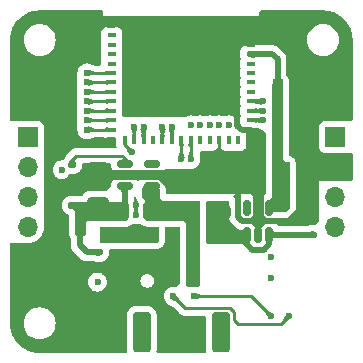
<source format=gbl>
G04 #@! TF.GenerationSoftware,KiCad,Pcbnew,7.0.11*
G04 #@! TF.CreationDate,2025-04-13T23:55:20+09:00*
G04 #@! TF.ProjectId,sch16t_evt,73636831-3674-45f6-9576-742e6b696361,rev?*
G04 #@! TF.SameCoordinates,Original*
G04 #@! TF.FileFunction,Copper,L4,Bot*
G04 #@! TF.FilePolarity,Positive*
%FSLAX46Y46*%
G04 Gerber Fmt 4.6, Leading zero omitted, Abs format (unit mm)*
G04 Created by KiCad (PCBNEW 7.0.11) date 2025-04-13 23:55:20*
%MOMM*%
%LPD*%
G01*
G04 APERTURE LIST*
G04 Aperture macros list*
%AMRoundRect*
0 Rectangle with rounded corners*
0 $1 Rounding radius*
0 $2 $3 $4 $5 $6 $7 $8 $9 X,Y pos of 4 corners*
0 Add a 4 corners polygon primitive as box body*
4,1,4,$2,$3,$4,$5,$6,$7,$8,$9,$2,$3,0*
0 Add four circle primitives for the rounded corners*
1,1,$1+$1,$2,$3*
1,1,$1+$1,$4,$5*
1,1,$1+$1,$6,$7*
1,1,$1+$1,$8,$9*
0 Add four rect primitives between the rounded corners*
20,1,$1+$1,$2,$3,$4,$5,0*
20,1,$1+$1,$4,$5,$6,$7,0*
20,1,$1+$1,$6,$7,$8,$9,0*
20,1,$1+$1,$8,$9,$2,$3,0*%
%AMFreePoly0*
4,1,14,0.728536,0.728536,0.730000,0.725000,0.730000,-0.725000,0.728536,-0.728536,0.725000,-0.730000,-0.125000,-0.730001,-0.128536,-0.728534,-0.728536,-0.128536,-0.730001,-0.125000,-0.730000,0.725000,-0.728536,0.728536,-0.725000,0.730000,0.725000,0.730000,0.728536,0.728536,0.728536,0.728536,$1*%
G04 Aperture macros list end*
G04 #@! TA.AperFunction,ComponentPad*
%ADD10R,1.700000X1.700000*%
G04 #@! TD*
G04 #@! TA.AperFunction,ComponentPad*
%ADD11O,1.700000X1.700000*%
G04 #@! TD*
G04 #@! TA.AperFunction,SMDPad,CuDef*
%ADD12RoundRect,0.250000X0.325000X0.650000X-0.325000X0.650000X-0.325000X-0.650000X0.325000X-0.650000X0*%
G04 #@! TD*
G04 #@! TA.AperFunction,SMDPad,CuDef*
%ADD13RoundRect,0.250000X0.650000X-0.325000X0.650000X0.325000X-0.650000X0.325000X-0.650000X-0.325000X0*%
G04 #@! TD*
G04 #@! TA.AperFunction,SMDPad,CuDef*
%ADD14RoundRect,0.150000X0.150000X-0.512500X0.150000X0.512500X-0.150000X0.512500X-0.150000X-0.512500X0*%
G04 #@! TD*
G04 #@! TA.AperFunction,SMDPad,CuDef*
%ADD15RoundRect,0.225000X-0.225000X-0.250000X0.225000X-0.250000X0.225000X0.250000X-0.225000X0.250000X0*%
G04 #@! TD*
G04 #@! TA.AperFunction,SMDPad,CuDef*
%ADD16RoundRect,0.150000X-0.150000X0.587500X-0.150000X-0.587500X0.150000X-0.587500X0.150000X0.587500X0*%
G04 #@! TD*
G04 #@! TA.AperFunction,SMDPad,CuDef*
%ADD17RoundRect,0.250000X0.250000X1.500000X-0.250000X1.500000X-0.250000X-1.500000X0.250000X-1.500000X0*%
G04 #@! TD*
G04 #@! TA.AperFunction,SMDPad,CuDef*
%ADD18RoundRect,0.250001X0.499999X1.449999X-0.499999X1.449999X-0.499999X-1.449999X0.499999X-1.449999X0*%
G04 #@! TD*
G04 #@! TA.AperFunction,SMDPad,CuDef*
%ADD19RoundRect,0.135000X0.185000X-0.135000X0.185000X0.135000X-0.185000X0.135000X-0.185000X-0.135000X0*%
G04 #@! TD*
G04 #@! TA.AperFunction,SMDPad,CuDef*
%ADD20RoundRect,0.150000X0.512500X0.150000X-0.512500X0.150000X-0.512500X-0.150000X0.512500X-0.150000X0*%
G04 #@! TD*
G04 #@! TA.AperFunction,SMDPad,CuDef*
%ADD21RoundRect,0.135000X-0.185000X0.135000X-0.185000X-0.135000X0.185000X-0.135000X0.185000X0.135000X0*%
G04 #@! TD*
G04 #@! TA.AperFunction,SMDPad,CuDef*
%ADD22R,0.800000X0.400000*%
G04 #@! TD*
G04 #@! TA.AperFunction,SMDPad,CuDef*
%ADD23R,0.400000X0.800000*%
G04 #@! TD*
G04 #@! TA.AperFunction,SMDPad,CuDef*
%ADD24FreePoly0,180.000000*%
G04 #@! TD*
G04 #@! TA.AperFunction,SMDPad,CuDef*
%ADD25R,1.450000X1.450000*%
G04 #@! TD*
G04 #@! TA.AperFunction,SMDPad,CuDef*
%ADD26R,0.700000X0.700000*%
G04 #@! TD*
G04 #@! TA.AperFunction,SMDPad,CuDef*
%ADD27RoundRect,0.112500X0.187500X0.112500X-0.187500X0.112500X-0.187500X-0.112500X0.187500X-0.112500X0*%
G04 #@! TD*
G04 #@! TA.AperFunction,ViaPad*
%ADD28C,0.600000*%
G04 #@! TD*
G04 #@! TA.AperFunction,Conductor*
%ADD29C,0.500000*%
G04 #@! TD*
G04 #@! TA.AperFunction,Conductor*
%ADD30C,0.250000*%
G04 #@! TD*
G04 APERTURE END LIST*
D10*
X137000000Y-96210000D03*
D11*
X137000000Y-98750000D03*
X137000000Y-101290000D03*
X137000000Y-103830000D03*
D10*
X163000000Y-96210000D03*
D11*
X163000000Y-98750000D03*
X163000000Y-101290000D03*
X163000000Y-103830000D03*
D12*
X158550000Y-99250000D03*
X155600000Y-99250000D03*
D13*
X153250000Y-102550000D03*
X153250000Y-99600000D03*
D14*
X157450000Y-104487500D03*
X156500000Y-104487500D03*
X155550000Y-104487500D03*
X155550000Y-102212500D03*
X157450000Y-102212500D03*
D15*
X158147000Y-91750000D03*
X159697000Y-91750000D03*
D16*
X145200000Y-102462500D03*
X147100000Y-102462500D03*
X146150000Y-104337500D03*
D17*
X151000000Y-107000000D03*
X149000000Y-107000000D03*
D18*
X153350000Y-112750000D03*
X146650000Y-112750000D03*
D13*
X142900000Y-101900000D03*
X142900000Y-98950000D03*
D19*
X140750000Y-102000000D03*
X140750000Y-100980000D03*
D20*
X147475000Y-98500000D03*
X147475000Y-99450000D03*
X147475000Y-100400000D03*
X145200000Y-100400000D03*
X145200000Y-98500000D03*
D21*
X140750000Y-98580000D03*
X140750000Y-99600000D03*
D22*
X155900000Y-87600000D03*
X155900000Y-88400000D03*
X155900000Y-89200000D03*
X155900000Y-90000000D03*
X155900000Y-90800000D03*
X155900000Y-91600000D03*
X155900000Y-92400000D03*
X155900000Y-93200000D03*
X155900000Y-94000000D03*
X155900000Y-94800000D03*
X155900000Y-95600000D03*
D23*
X154800000Y-96500000D03*
X154000000Y-96500000D03*
X153200000Y-96500000D03*
X152400000Y-96500000D03*
X151600000Y-96500000D03*
X150800000Y-96500000D03*
X150000000Y-96500000D03*
X149200000Y-96500000D03*
X148400000Y-96500000D03*
X147600000Y-96500000D03*
X146800000Y-96500000D03*
X146000000Y-96500000D03*
X145200000Y-96500000D03*
D22*
X144100000Y-95600000D03*
X144100000Y-94800000D03*
X144100000Y-94000000D03*
X144100000Y-93200000D03*
X144100000Y-92400000D03*
X144100000Y-91600000D03*
X144100000Y-90800000D03*
X144100000Y-90000000D03*
X144100000Y-89200000D03*
X144100000Y-88400000D03*
X144100000Y-87600000D03*
D23*
X145200000Y-86700000D03*
X146000000Y-86700000D03*
X146800000Y-86700000D03*
X147600000Y-86700000D03*
X148400000Y-86700000D03*
X149200000Y-86700000D03*
X150000000Y-86700000D03*
X150800000Y-86700000D03*
X151600000Y-86700000D03*
X152400000Y-86700000D03*
X153200000Y-86700000D03*
X154000000Y-86700000D03*
X154800000Y-86700000D03*
D24*
X151975000Y-89625000D03*
D25*
X150000000Y-89625000D03*
X148025000Y-89625000D03*
X151975000Y-91600000D03*
X150000000Y-91600000D03*
X148025000Y-91600000D03*
X151975000Y-93575000D03*
X150000000Y-93575000D03*
X148025000Y-93575000D03*
D26*
X144050000Y-86650000D03*
X144050000Y-96550000D03*
X155950000Y-96550000D03*
X155950000Y-86650000D03*
D13*
X150037500Y-102500000D03*
X150037500Y-99550000D03*
D27*
X143500000Y-104400000D03*
X141400000Y-104400000D03*
D15*
X158150000Y-93655000D03*
X159700000Y-93655000D03*
D28*
X152000000Y-100000000D03*
X152000000Y-98600000D03*
X153200000Y-99600000D03*
X146200000Y-102800000D03*
X146200000Y-102000000D03*
X156500000Y-104400000D03*
X156500000Y-102000000D03*
X148900000Y-99500000D03*
X148100000Y-99500000D03*
X147300000Y-99500000D03*
X145600000Y-99500000D03*
X150000000Y-89500000D03*
X151000000Y-114000000D03*
X162000000Y-91000000D03*
X145250000Y-89750000D03*
X146750000Y-88500000D03*
X139000000Y-102500000D03*
X140500000Y-86000000D03*
X140500000Y-88000000D03*
X144250000Y-111250000D03*
X138000000Y-90750000D03*
X162000000Y-93000000D03*
X146500000Y-109750000D03*
X154500000Y-93750000D03*
X153250000Y-92500000D03*
X145250000Y-92500000D03*
X151000000Y-112250000D03*
X144250000Y-109750000D03*
X146750000Y-89750000D03*
X148000000Y-88000000D03*
X157750000Y-86000000D03*
X145250000Y-88500000D03*
X150000000Y-88000000D03*
X159700000Y-93655000D03*
X136000000Y-90750000D03*
X148000000Y-89500000D03*
X138000000Y-107250000D03*
X150000000Y-91500000D03*
X140750000Y-94750000D03*
X149000000Y-112250000D03*
X140750000Y-114000000D03*
X146400000Y-99500000D03*
X140750000Y-96250000D03*
X152000000Y-88000000D03*
X159500000Y-88000000D03*
X153250000Y-93750000D03*
X139000000Y-100000000D03*
X144250000Y-107250000D03*
X139000000Y-105000000D03*
X142750000Y-114000000D03*
X136000000Y-109250000D03*
X149000000Y-114000000D03*
X157750000Y-88000000D03*
X142750000Y-112000000D03*
X164000000Y-91000000D03*
X160000000Y-102500000D03*
X154500000Y-92500000D03*
X140750000Y-112000000D03*
X142500000Y-86000000D03*
X138000000Y-92750000D03*
X136000000Y-92750000D03*
X142500000Y-88000000D03*
X164000000Y-93000000D03*
X136000000Y-107250000D03*
X145500000Y-108500000D03*
X146750000Y-92500000D03*
X159500000Y-86000000D03*
X140750000Y-93250000D03*
X143100000Y-106000000D03*
X155900000Y-89200000D03*
X158500000Y-101200000D03*
X158150000Y-94800000D03*
X161200000Y-104500000D03*
X147700000Y-104100000D03*
X152500000Y-104900000D03*
X152500000Y-104100000D03*
X146900000Y-104900000D03*
X154100000Y-104100000D03*
X153300000Y-104100000D03*
X153300000Y-104900000D03*
X147700000Y-104900000D03*
X146900000Y-104100000D03*
X154100000Y-104900000D03*
X156900000Y-93200000D03*
X146000000Y-95400000D03*
X150800000Y-98125000D03*
X157600000Y-106400000D03*
X149999997Y-98125000D03*
X157600000Y-108200000D03*
X149300000Y-109700000D03*
X159100000Y-111390000D03*
X157600000Y-111390000D03*
X151100000Y-109700000D03*
X142000000Y-91600000D03*
X142000000Y-90800000D03*
X149200000Y-95400000D03*
X148400000Y-95400000D03*
X156900000Y-94800000D03*
X156900000Y-94000000D03*
X142900000Y-108500000D03*
X147500000Y-98500000D03*
X139900000Y-99000000D03*
X142000000Y-92400000D03*
X146800000Y-95400000D03*
X142000000Y-94800000D03*
X150799988Y-95200000D03*
X142000000Y-93200000D03*
X151599991Y-95200000D03*
X142000000Y-95600000D03*
X152399994Y-95200000D03*
X142000000Y-94000000D03*
X153199997Y-95200000D03*
X145800000Y-97500000D03*
X154000000Y-95200000D03*
D29*
X148900000Y-100300000D02*
X148900000Y-99500000D01*
X147300000Y-99500000D02*
X148100000Y-99500000D01*
X148100000Y-99500000D02*
X148900000Y-100300000D01*
X148340184Y-99550000D02*
X150037500Y-99550000D01*
X148240184Y-99650000D02*
X148340184Y-99550000D01*
X144600000Y-99650000D02*
X145450000Y-99650000D01*
X143600000Y-99650000D02*
X144600000Y-99650000D01*
X144600000Y-99650000D02*
X148240184Y-99650000D01*
X145450000Y-99650000D02*
X145600000Y-99500000D01*
X143500000Y-99550000D02*
X143600000Y-99650000D01*
X143450000Y-99500000D02*
X145600000Y-99500000D01*
X142900000Y-98950000D02*
X143450000Y-99500000D01*
X148650000Y-99250000D02*
X148900000Y-99500000D01*
X143200000Y-99250000D02*
X148650000Y-99250000D01*
X142900000Y-98950000D02*
X143200000Y-99250000D01*
X150037500Y-99550000D02*
X143500000Y-99550000D01*
D30*
X153250000Y-99600000D02*
X153250000Y-99600000D01*
X153200000Y-99600000D02*
X153250000Y-99600000D01*
X153200000Y-99550000D02*
X153200000Y-99600000D01*
D29*
X156500000Y-104400000D02*
X156500000Y-104487500D01*
X156500000Y-102000000D02*
X156500000Y-104400000D01*
X148950000Y-99450000D02*
X149937500Y-99450000D01*
X148900000Y-99500000D02*
X148950000Y-99450000D01*
X148850000Y-99450000D02*
X148900000Y-99500000D01*
X148150000Y-99450000D02*
X148850000Y-99450000D01*
X148100000Y-99500000D02*
X148150000Y-99450000D01*
X148050000Y-99450000D02*
X148100000Y-99500000D01*
X147250000Y-99450000D02*
X145650000Y-99450000D01*
X147300000Y-99500000D02*
X147250000Y-99450000D01*
X147350000Y-99450000D02*
X147300000Y-99500000D01*
X145650000Y-99450000D02*
X145600000Y-99500000D01*
X156325000Y-102800000D02*
X156325000Y-102952684D01*
X154750000Y-94000000D02*
X154750000Y-95250000D01*
X155600000Y-99250000D02*
X156500000Y-100150000D01*
X157300000Y-103325000D02*
X159175000Y-103325000D01*
X155600000Y-99250000D02*
X156700000Y-100350000D01*
X154750000Y-95250000D02*
X155100000Y-95600000D01*
D30*
X153075000Y-93575000D02*
X151975000Y-93575000D01*
D29*
X155147316Y-103325000D02*
X155900000Y-103325000D01*
X159175000Y-103325000D02*
X159400000Y-103100000D01*
X155600000Y-99250000D02*
X154800000Y-100050000D01*
D30*
X153200000Y-99550000D02*
X153200000Y-99550000D01*
D29*
X147475000Y-99450000D02*
X147350000Y-99450000D01*
X156700000Y-102977684D02*
X157047316Y-103325000D01*
X156500000Y-103800000D02*
X156025000Y-103325000D01*
X154500000Y-93750000D02*
X154750000Y-94000000D01*
X156700000Y-100350000D02*
X156700000Y-102900000D01*
X155147316Y-103325000D02*
X157300000Y-103325000D01*
X156500000Y-103500000D02*
X156500000Y-103800000D01*
X155900000Y-103325000D02*
X156325000Y-103325000D01*
X156500000Y-103800000D02*
X156500000Y-104487500D01*
X156700000Y-102900000D02*
X156700000Y-102977684D01*
X156025000Y-103325000D02*
X155900000Y-103325000D01*
X156700000Y-102900000D02*
X156700000Y-103300000D01*
X154800000Y-100050000D02*
X154875000Y-99975000D01*
D30*
X153200000Y-96500000D02*
X153200000Y-99550000D01*
D29*
X155100000Y-95600000D02*
X155900000Y-95600000D01*
X156325000Y-102952684D02*
X155952684Y-103325000D01*
X156325000Y-103325000D02*
X156500000Y-103500000D01*
X149937500Y-99450000D02*
X150037500Y-99550000D01*
X143500000Y-99550000D02*
X142900000Y-98950000D01*
X155600000Y-99250000D02*
X156325000Y-99975000D01*
X156975000Y-103325000D02*
X157300000Y-103325000D01*
X156500000Y-103800000D02*
X156975000Y-103325000D01*
X156500000Y-100150000D02*
X156500000Y-102000000D01*
X156325000Y-102800000D02*
X156325000Y-103325000D01*
X156700000Y-103300000D02*
X156500000Y-103500000D01*
X154875000Y-99975000D02*
X156325000Y-99975000D01*
X156325000Y-99975000D02*
X156325000Y-102800000D01*
X157047316Y-103325000D02*
X157300000Y-103325000D01*
X155952684Y-103325000D02*
X155900000Y-103325000D01*
X154800000Y-100050000D02*
X154800000Y-102977684D01*
X160000000Y-102500000D02*
X159400000Y-103100000D01*
X147475000Y-99450000D02*
X148050000Y-99450000D01*
D30*
X153250000Y-93750000D02*
X153075000Y-93575000D01*
D29*
X154800000Y-102977684D02*
X155147316Y-103325000D01*
X142000000Y-106000000D02*
X141400000Y-105400000D01*
X143100000Y-106000000D02*
X142000000Y-106000000D01*
X141400000Y-105400000D02*
X141400000Y-104400000D01*
X145200000Y-102462500D02*
X145200000Y-100400000D01*
X155900000Y-89200000D02*
X157700000Y-89200000D01*
X157700000Y-89200000D02*
X158147000Y-89647000D01*
X158147000Y-89647000D02*
X158147000Y-91750000D01*
X161200000Y-104500000D02*
X157462500Y-104500000D01*
X157462500Y-104500000D02*
X157450000Y-104487500D01*
X156000000Y-105750000D02*
X155550000Y-105300000D01*
X157000000Y-105750000D02*
X156000000Y-105750000D01*
X157450000Y-105300000D02*
X157000000Y-105750000D01*
X154100000Y-104900000D02*
X155150000Y-104900000D01*
X155550000Y-105300000D02*
X155550000Y-104487500D01*
X157450000Y-104487500D02*
X157450000Y-105300000D01*
X155150000Y-104900000D02*
X155550000Y-105300000D01*
D30*
X156900000Y-93200000D02*
X155900000Y-93200000D01*
X146000000Y-96500000D02*
X146000000Y-95400000D01*
X150800000Y-96500000D02*
X150800000Y-98125000D01*
X150000000Y-98124997D02*
X149999997Y-98125000D01*
X150000000Y-96500000D02*
X150000000Y-98124997D01*
X154765000Y-112015000D02*
X158475000Y-112015000D01*
X154425000Y-111054900D02*
X154425000Y-111675000D01*
X150325000Y-110725000D02*
X154095100Y-110725000D01*
X154095100Y-110725000D02*
X154425000Y-111054900D01*
X149300000Y-109700000D02*
X150325000Y-110725000D01*
X154425000Y-111675000D02*
X154765000Y-112015000D01*
X158475000Y-112015000D02*
X159100000Y-111390000D01*
X157600000Y-111390000D02*
X155910000Y-109700000D01*
X155910000Y-109700000D02*
X151100000Y-109700000D01*
X144100000Y-91600000D02*
X142000000Y-91600000D01*
X144100000Y-90800000D02*
X142000000Y-90800000D01*
X149200000Y-96500000D02*
X149200000Y-95400000D01*
X148400000Y-96500000D02*
X148400000Y-95400000D01*
X155900000Y-94800000D02*
X156900000Y-94800000D01*
X155900000Y-94000000D02*
X156900000Y-94000000D01*
X140750000Y-98150000D02*
X141100000Y-97800000D01*
X141100000Y-97800000D02*
X145000000Y-97800000D01*
X140750000Y-98580000D02*
X140750000Y-98150000D01*
X145200000Y-98500000D02*
X145200000Y-98000000D01*
X145200000Y-98000000D02*
X145000000Y-97800000D01*
X144100000Y-92400000D02*
X142000000Y-92400000D01*
X146800000Y-96500000D02*
X146800000Y-95400000D01*
X144100000Y-94800000D02*
X142000000Y-94800000D01*
X144100000Y-93200000D02*
X142000000Y-93200000D01*
X144100000Y-95600000D02*
X142000000Y-95600000D01*
X144100000Y-94000000D02*
X142000000Y-94000000D01*
X145200000Y-96500000D02*
X145200000Y-96900000D01*
X145200000Y-96900000D02*
X145800000Y-97500000D01*
G04 #@! TA.AperFunction,Conductor*
G36*
X143343039Y-85520185D02*
G01*
X143388794Y-85572989D01*
X143400000Y-85624500D01*
X143400000Y-86000000D01*
X156600000Y-86000000D01*
X156600000Y-85624500D01*
X156619685Y-85557461D01*
X156672489Y-85511706D01*
X156724000Y-85500500D01*
X161934108Y-85500500D01*
X161996249Y-85500500D01*
X162003736Y-85500726D01*
X162293796Y-85518271D01*
X162308657Y-85520075D01*
X162512662Y-85557461D01*
X162590798Y-85571780D01*
X162605335Y-85575363D01*
X162879172Y-85660695D01*
X162893163Y-85666000D01*
X163154743Y-85783727D01*
X163167989Y-85790680D01*
X163413465Y-85939075D01*
X163425776Y-85947573D01*
X163492695Y-86000000D01*
X163651573Y-86124473D01*
X163662781Y-86134403D01*
X163865596Y-86337218D01*
X163875526Y-86348426D01*
X163995481Y-86501538D01*
X164052422Y-86574217D01*
X164060926Y-86586537D01*
X164108321Y-86664938D01*
X164209316Y-86832004D01*
X164216275Y-86845263D01*
X164333997Y-87106831D01*
X164339306Y-87120832D01*
X164424635Y-87394663D01*
X164428219Y-87409201D01*
X164479923Y-87691340D01*
X164481728Y-87706205D01*
X164499274Y-87996263D01*
X164499500Y-88003750D01*
X164499500Y-94736000D01*
X164479815Y-94803039D01*
X164427011Y-94848794D01*
X164375500Y-94860000D01*
X163909167Y-94860000D01*
X163901188Y-94859572D01*
X163901183Y-94859678D01*
X163897879Y-94859500D01*
X163897873Y-94859500D01*
X163897866Y-94859500D01*
X162102129Y-94859500D01*
X162102123Y-94859501D01*
X162042516Y-94865908D01*
X161907671Y-94916202D01*
X161907664Y-94916206D01*
X161792455Y-95002452D01*
X161792452Y-95002455D01*
X161706206Y-95117664D01*
X161706202Y-95117671D01*
X161655908Y-95252517D01*
X161651608Y-95292517D01*
X161649501Y-95312123D01*
X161649500Y-95312135D01*
X161649500Y-97107870D01*
X161649501Y-97107876D01*
X161655908Y-97167483D01*
X161706202Y-97302328D01*
X161706206Y-97302335D01*
X161792452Y-97417544D01*
X161792455Y-97417547D01*
X161907664Y-97503793D01*
X161907671Y-97503797D01*
X162042517Y-97554091D01*
X162042516Y-97554091D01*
X162049444Y-97554835D01*
X162102127Y-97560500D01*
X163897872Y-97560499D01*
X163897873Y-97560498D01*
X163901196Y-97560321D01*
X163901201Y-97560426D01*
X163909163Y-97560000D01*
X164375500Y-97560000D01*
X164442539Y-97579685D01*
X164488294Y-97632489D01*
X164499500Y-97684000D01*
X164499500Y-99816000D01*
X164479815Y-99883039D01*
X164427011Y-99928794D01*
X164375500Y-99940000D01*
X163070094Y-99940000D01*
X163059286Y-99939528D01*
X163000001Y-99934341D01*
X162999999Y-99934341D01*
X162940714Y-99939528D01*
X162929906Y-99940000D01*
X161650000Y-99940000D01*
X161650000Y-101219905D01*
X161649528Y-101230713D01*
X161645679Y-101274712D01*
X161644341Y-101290000D01*
X161648842Y-101341451D01*
X161649528Y-101349286D01*
X161650000Y-101360094D01*
X161650000Y-103247051D01*
X161630315Y-103314090D01*
X161611755Y-103336617D01*
X161273358Y-103660613D01*
X161211321Y-103692757D01*
X161201483Y-103694268D01*
X161175081Y-103697242D01*
X161153817Y-103697800D01*
X161151190Y-103697644D01*
X161145393Y-103697298D01*
X161145392Y-103697298D01*
X161145391Y-103697298D01*
X161040545Y-103706035D01*
X160568727Y-103745353D01*
X160540283Y-103748667D01*
X160525937Y-103749500D01*
X158293111Y-103749500D01*
X158226072Y-103729815D01*
X158186379Y-103688621D01*
X158169815Y-103660613D01*
X158118081Y-103573135D01*
X158118079Y-103573133D01*
X158118076Y-103573129D01*
X158001870Y-103456923D01*
X158001867Y-103456921D01*
X158001865Y-103456919D01*
X158001549Y-103456732D01*
X158001353Y-103456522D01*
X157995702Y-103452139D01*
X157996409Y-103451227D01*
X157953866Y-103405664D01*
X157941362Y-103336923D01*
X157968006Y-103272333D01*
X157995921Y-103248144D01*
X157995702Y-103247861D01*
X158000911Y-103243820D01*
X158001550Y-103243267D01*
X158001865Y-103243081D01*
X158037094Y-103207852D01*
X158123598Y-103121349D01*
X158124776Y-103122527D01*
X158173849Y-103087091D01*
X158215181Y-103080000D01*
X158812772Y-103080000D01*
X158822918Y-103079455D01*
X158866810Y-103077103D01*
X158866818Y-103077102D01*
X158866820Y-103077102D01*
X158866821Y-103077102D01*
X158873814Y-103076349D01*
X158893168Y-103074269D01*
X158893178Y-103074267D01*
X158893181Y-103074267D01*
X158908380Y-103071804D01*
X158946580Y-103065614D01*
X159081389Y-103015332D01*
X159142712Y-102981847D01*
X159257894Y-102895623D01*
X159521124Y-102632392D01*
X159557288Y-102592131D01*
X159573922Y-102571489D01*
X159605567Y-102527605D01*
X159665338Y-102396728D01*
X159685023Y-102329689D01*
X159685024Y-102329685D01*
X159705500Y-102187269D01*
X159705500Y-98512210D01*
X159703064Y-98462648D01*
X159700681Y-98438460D01*
X159693405Y-98389410D01*
X159685376Y-98349043D01*
X159656605Y-98254199D01*
X159638089Y-98209500D01*
X159634469Y-98202728D01*
X159591378Y-98122113D01*
X159575430Y-98098245D01*
X159575428Y-98098242D01*
X159575425Y-98098238D01*
X159512564Y-98021644D01*
X159478355Y-97987435D01*
X159401761Y-97924574D01*
X159401757Y-97924571D01*
X159401753Y-97924568D01*
X159377885Y-97908620D01*
X159290504Y-97861912D01*
X159290497Y-97861909D01*
X159245800Y-97843394D01*
X159245797Y-97843393D01*
X159245785Y-97843388D01*
X159193504Y-97827529D01*
X159135065Y-97789231D01*
X159106609Y-97725419D01*
X159105500Y-97708869D01*
X159105500Y-91812222D01*
X159105500Y-91812220D01*
X159105500Y-91812210D01*
X159103065Y-91762652D01*
X159100682Y-91738462D01*
X159098841Y-91726060D01*
X159097499Y-91707860D01*
X159097499Y-91451662D01*
X159097498Y-91451644D01*
X159087349Y-91352292D01*
X159087348Y-91352289D01*
X159087293Y-91352123D01*
X159034003Y-91191303D01*
X159033999Y-91191297D01*
X159033998Y-91191294D01*
X158944970Y-91046959D01*
X158944967Y-91046955D01*
X158933819Y-91035807D01*
X158900334Y-90974484D01*
X158897500Y-90948126D01*
X158897500Y-89710705D01*
X158898809Y-89692735D01*
X158902289Y-89668974D01*
X158897972Y-89619635D01*
X158897500Y-89608826D01*
X158897500Y-89603296D01*
X158897500Y-89603291D01*
X158893898Y-89572478D01*
X158893534Y-89568915D01*
X158886998Y-89494202D01*
X158886995Y-89494195D01*
X158885538Y-89487133D01*
X158885597Y-89487120D01*
X158883967Y-89479764D01*
X158883908Y-89479779D01*
X158882241Y-89472747D01*
X158882241Y-89472745D01*
X158856560Y-89402188D01*
X158855421Y-89398912D01*
X158831813Y-89327665D01*
X158831811Y-89327661D01*
X158828760Y-89321119D01*
X158828815Y-89321092D01*
X158825529Y-89314305D01*
X158825476Y-89314332D01*
X158822237Y-89307881D01*
X158781010Y-89245201D01*
X158779070Y-89242156D01*
X158739711Y-89178344D01*
X158735233Y-89172681D01*
X158735280Y-89172643D01*
X158730519Y-89166799D01*
X158730474Y-89166838D01*
X158725831Y-89161305D01*
X158671274Y-89109833D01*
X158668687Y-89107320D01*
X158275729Y-88714361D01*
X158263949Y-88700730D01*
X158249610Y-88681470D01*
X158211651Y-88649619D01*
X158203686Y-88642318D01*
X158199780Y-88638411D01*
X158175443Y-88619168D01*
X158172647Y-88616890D01*
X158115214Y-88568698D01*
X158109180Y-88564729D01*
X158109212Y-88564680D01*
X158102853Y-88560628D01*
X158102822Y-88560679D01*
X158096680Y-88556891D01*
X158096678Y-88556890D01*
X158096677Y-88556889D01*
X158028688Y-88525184D01*
X158025447Y-88523615D01*
X157990188Y-88505908D01*
X157958433Y-88489960D01*
X157958431Y-88489959D01*
X157958430Y-88489959D01*
X157951645Y-88487489D01*
X157951665Y-88487433D01*
X157944549Y-88484959D01*
X157944531Y-88485015D01*
X157937674Y-88482743D01*
X157864210Y-88467573D01*
X157860693Y-88466793D01*
X157787718Y-88449499D01*
X157780547Y-88448661D01*
X157780553Y-88448601D01*
X157773055Y-88447835D01*
X157773050Y-88447895D01*
X157765860Y-88447265D01*
X157690870Y-88449448D01*
X157687263Y-88449500D01*
X156563364Y-88449500D01*
X156535591Y-88446349D01*
X156531252Y-88445352D01*
X155954598Y-88397297D01*
X155954593Y-88397296D01*
X155954561Y-88397294D01*
X155933986Y-88396002D01*
X155933072Y-88395964D01*
X155933066Y-88395964D01*
X155933061Y-88395964D01*
X155933059Y-88395964D01*
X155926609Y-88396161D01*
X155908931Y-88395441D01*
X155900000Y-88394435D01*
X155899999Y-88394435D01*
X155899998Y-88394435D01*
X155899997Y-88394435D01*
X155873945Y-88397369D01*
X155863892Y-88398089D01*
X155859364Y-88398228D01*
X155855257Y-88398801D01*
X155845426Y-88400583D01*
X155720750Y-88414630D01*
X155550475Y-88474211D01*
X155540472Y-88480497D01*
X155474510Y-88499500D01*
X155452132Y-88499500D01*
X155452122Y-88499501D01*
X155392516Y-88505908D01*
X155257671Y-88556202D01*
X155257664Y-88556206D01*
X155142455Y-88642452D01*
X155142452Y-88642455D01*
X155056206Y-88757664D01*
X155056202Y-88757671D01*
X155013784Y-88871402D01*
X155005909Y-88892517D01*
X154999500Y-88952127D01*
X154999500Y-88952134D01*
X154999500Y-88952135D01*
X154999500Y-89447870D01*
X154999501Y-89447876D01*
X155005908Y-89507482D01*
X155019004Y-89542593D01*
X155024252Y-89556665D01*
X155024253Y-89556666D01*
X155029237Y-89626358D01*
X155024253Y-89643331D01*
X155005910Y-89692511D01*
X155005910Y-89692514D01*
X155005909Y-89692517D01*
X154999500Y-89752127D01*
X154999500Y-89752134D01*
X154999500Y-89752135D01*
X154999500Y-90247870D01*
X154999501Y-90247876D01*
X155005908Y-90307482D01*
X155019004Y-90342593D01*
X155024252Y-90356665D01*
X155024253Y-90356666D01*
X155029237Y-90426358D01*
X155024253Y-90443331D01*
X155005910Y-90492511D01*
X155005910Y-90492514D01*
X155005909Y-90492517D01*
X154999500Y-90552127D01*
X154999500Y-90552134D01*
X154999500Y-90552135D01*
X154999500Y-91047870D01*
X154999501Y-91047876D01*
X155005908Y-91107482D01*
X155019004Y-91142593D01*
X155024252Y-91156665D01*
X155024253Y-91156666D01*
X155029237Y-91226358D01*
X155024253Y-91243331D01*
X155005910Y-91292511D01*
X155005910Y-91292514D01*
X155005909Y-91292517D01*
X154999500Y-91352127D01*
X154999500Y-91352134D01*
X154999500Y-91352135D01*
X154999500Y-91847870D01*
X154999501Y-91847876D01*
X155005908Y-91907482D01*
X155019004Y-91942593D01*
X155024252Y-91956665D01*
X155024253Y-91956666D01*
X155029237Y-92026358D01*
X155024253Y-92043331D01*
X155005910Y-92092511D01*
X155005910Y-92092514D01*
X155005909Y-92092517D01*
X154999500Y-92152127D01*
X154999500Y-92152134D01*
X154999500Y-92152135D01*
X154999500Y-92647870D01*
X154999501Y-92647876D01*
X155005908Y-92707482D01*
X155019004Y-92742593D01*
X155024252Y-92756665D01*
X155024253Y-92756666D01*
X155029237Y-92826358D01*
X155024253Y-92843331D01*
X155005910Y-92892511D01*
X155005910Y-92892514D01*
X155005909Y-92892517D01*
X154999500Y-92952127D01*
X154999500Y-92952134D01*
X154999500Y-92952135D01*
X154999500Y-93447870D01*
X154999501Y-93447876D01*
X155005908Y-93507482D01*
X155019004Y-93542593D01*
X155024252Y-93556665D01*
X155024253Y-93556666D01*
X155029237Y-93626358D01*
X155024253Y-93643331D01*
X155005910Y-93692511D01*
X155005910Y-93692514D01*
X155005909Y-93692517D01*
X154999500Y-93752127D01*
X154999500Y-93752134D01*
X154999500Y-93752135D01*
X154999500Y-94247870D01*
X154999501Y-94247876D01*
X155005908Y-94307482D01*
X155024253Y-94356666D01*
X155029237Y-94426358D01*
X155024253Y-94443331D01*
X155005910Y-94492511D01*
X155005909Y-94492515D01*
X155005909Y-94492517D01*
X154999500Y-94552127D01*
X154999500Y-94552134D01*
X154999500Y-94552135D01*
X154999500Y-94902887D01*
X154979815Y-94969926D01*
X154927011Y-95015681D01*
X154857853Y-95025625D01*
X154794297Y-94996600D01*
X154758458Y-94943841D01*
X154748787Y-94916204D01*
X154725789Y-94850478D01*
X154629816Y-94697738D01*
X154502262Y-94570184D01*
X154473537Y-94552135D01*
X154349523Y-94474211D01*
X154179254Y-94414631D01*
X154179249Y-94414630D01*
X154000004Y-94394435D01*
X153999996Y-94394435D01*
X153820750Y-94414630D01*
X153820737Y-94414633D01*
X153643906Y-94476510D01*
X153643157Y-94474369D01*
X153584821Y-94483958D01*
X153556405Y-94475611D01*
X153556091Y-94476510D01*
X153379259Y-94414633D01*
X153379246Y-94414630D01*
X153200001Y-94394435D01*
X153199993Y-94394435D01*
X153020747Y-94414630D01*
X153020734Y-94414633D01*
X152843903Y-94476510D01*
X152843154Y-94474369D01*
X152784818Y-94483958D01*
X152756402Y-94475611D01*
X152756088Y-94476510D01*
X152579256Y-94414633D01*
X152579243Y-94414630D01*
X152399998Y-94394435D01*
X152399990Y-94394435D01*
X152220744Y-94414630D01*
X152220731Y-94414633D01*
X152043900Y-94476510D01*
X152043151Y-94474369D01*
X151984815Y-94483958D01*
X151956399Y-94475611D01*
X151956085Y-94476510D01*
X151779253Y-94414633D01*
X151779240Y-94414630D01*
X151599995Y-94394435D01*
X151599987Y-94394435D01*
X151420741Y-94414630D01*
X151420728Y-94414633D01*
X151243897Y-94476510D01*
X151243148Y-94474369D01*
X151184812Y-94483958D01*
X151156396Y-94475611D01*
X151156082Y-94476510D01*
X150979250Y-94414633D01*
X150979237Y-94414630D01*
X150799992Y-94394435D01*
X150799984Y-94394435D01*
X150620738Y-94414630D01*
X150620733Y-94414631D01*
X150450466Y-94474210D01*
X150442261Y-94479366D01*
X150439672Y-94480993D01*
X150373699Y-94500000D01*
X145100880Y-94500000D01*
X145033841Y-94480315D01*
X144988086Y-94427511D01*
X144978142Y-94358353D01*
X144984699Y-94332665D01*
X144994089Y-94307488D01*
X144994088Y-94307488D01*
X144994091Y-94307483D01*
X145000500Y-94247873D01*
X145000499Y-93752128D01*
X144994091Y-93692517D01*
X144975747Y-93643334D01*
X144970762Y-93573643D01*
X144975747Y-93556665D01*
X144994089Y-93507488D01*
X144994088Y-93507488D01*
X144994091Y-93507483D01*
X145000500Y-93447873D01*
X145000499Y-92952128D01*
X144994091Y-92892517D01*
X144975747Y-92843334D01*
X144970762Y-92773643D01*
X144975747Y-92756665D01*
X144994089Y-92707488D01*
X144994088Y-92707488D01*
X144994091Y-92707483D01*
X145000500Y-92647873D01*
X145000499Y-92152128D01*
X144994091Y-92092517D01*
X144975747Y-92043334D01*
X144970762Y-91973643D01*
X144975747Y-91956665D01*
X144994089Y-91907488D01*
X144994088Y-91907488D01*
X144994091Y-91907483D01*
X145000500Y-91847873D01*
X145000499Y-91352128D01*
X144994091Y-91292517D01*
X144975747Y-91243334D01*
X144970762Y-91173643D01*
X144975747Y-91156665D01*
X144994089Y-91107488D01*
X144994088Y-91107488D01*
X144994091Y-91107483D01*
X145000500Y-91047873D01*
X145000499Y-90552128D01*
X144994091Y-90492517D01*
X144994089Y-90492511D01*
X144975747Y-90443334D01*
X144970762Y-90373643D01*
X144975747Y-90356665D01*
X144994089Y-90307488D01*
X144994088Y-90307488D01*
X144994091Y-90307483D01*
X145000500Y-90247873D01*
X145000499Y-89752128D01*
X144994091Y-89692517D01*
X144975747Y-89643334D01*
X144970762Y-89573643D01*
X144975747Y-89556665D01*
X144994089Y-89507488D01*
X144994088Y-89507488D01*
X144994091Y-89507483D01*
X145000500Y-89447873D01*
X145000499Y-88952128D01*
X144994091Y-88892517D01*
X144975747Y-88843334D01*
X144970762Y-88773643D01*
X144975747Y-88756665D01*
X144991526Y-88714361D01*
X144994091Y-88707483D01*
X145000500Y-88647873D01*
X145000499Y-88152128D01*
X144994091Y-88092517D01*
X144975747Y-88043334D01*
X144972647Y-88000000D01*
X160644341Y-88000000D01*
X160664936Y-88235403D01*
X160664938Y-88235413D01*
X160726094Y-88463655D01*
X160726096Y-88463659D01*
X160726097Y-88463663D01*
X160754431Y-88524424D01*
X160825964Y-88677828D01*
X160825965Y-88677830D01*
X160961505Y-88871402D01*
X161128597Y-89038494D01*
X161322169Y-89174034D01*
X161322171Y-89174035D01*
X161536337Y-89273903D01*
X161764592Y-89335063D01*
X161941032Y-89350499D01*
X161941033Y-89350500D01*
X161941034Y-89350500D01*
X162058967Y-89350500D01*
X162058967Y-89350499D01*
X162235408Y-89335063D01*
X162463663Y-89273903D01*
X162677829Y-89174035D01*
X162871401Y-89038495D01*
X163038495Y-88871401D01*
X163174035Y-88677830D01*
X163273903Y-88463663D01*
X163335063Y-88235408D01*
X163355659Y-88000000D01*
X163335063Y-87764592D01*
X163273903Y-87536337D01*
X163174035Y-87322171D01*
X163174034Y-87322169D01*
X163038494Y-87128597D01*
X162871402Y-86961505D01*
X162677830Y-86825965D01*
X162677828Y-86825964D01*
X162570746Y-86776031D01*
X162463663Y-86726097D01*
X162463659Y-86726096D01*
X162463655Y-86726094D01*
X162235413Y-86664938D01*
X162235403Y-86664936D01*
X162058967Y-86649500D01*
X162058966Y-86649500D01*
X161941034Y-86649500D01*
X161941033Y-86649500D01*
X161764596Y-86664936D01*
X161764586Y-86664938D01*
X161536344Y-86726094D01*
X161536335Y-86726098D01*
X161322171Y-86825964D01*
X161322169Y-86825965D01*
X161128597Y-86961505D01*
X160961506Y-87128597D01*
X160961501Y-87128604D01*
X160825967Y-87322165D01*
X160825965Y-87322169D01*
X160726098Y-87536335D01*
X160726094Y-87536344D01*
X160664938Y-87764586D01*
X160664936Y-87764596D01*
X160644341Y-87999999D01*
X160644341Y-88000000D01*
X144972647Y-88000000D01*
X144970762Y-87973643D01*
X144975747Y-87956665D01*
X144994089Y-87907488D01*
X144994088Y-87907488D01*
X144994091Y-87907483D01*
X145000500Y-87847873D01*
X145000499Y-87352128D01*
X144994091Y-87292517D01*
X144943796Y-87157669D01*
X144943795Y-87157668D01*
X144943793Y-87157664D01*
X144857547Y-87042455D01*
X144857544Y-87042452D01*
X144742335Y-86956206D01*
X144742328Y-86956202D01*
X144607482Y-86905908D01*
X144607483Y-86905908D01*
X144547883Y-86899501D01*
X144547881Y-86899500D01*
X144547873Y-86899500D01*
X144547864Y-86899500D01*
X143652129Y-86899500D01*
X143652123Y-86899501D01*
X143592516Y-86905908D01*
X143457671Y-86956202D01*
X143457664Y-86956206D01*
X143342455Y-87042452D01*
X143342452Y-87042455D01*
X143256206Y-87157664D01*
X143256202Y-87157671D01*
X143205910Y-87292513D01*
X143205909Y-87292517D01*
X143199500Y-87352127D01*
X143199500Y-87352134D01*
X143199500Y-87352135D01*
X143199500Y-87847870D01*
X143199501Y-87847876D01*
X143205908Y-87907482D01*
X143219004Y-87942593D01*
X143224252Y-87956665D01*
X143224253Y-87956666D01*
X143229237Y-88026358D01*
X143224253Y-88043331D01*
X143205910Y-88092511D01*
X143205910Y-88092514D01*
X143205909Y-88092517D01*
X143199500Y-88152127D01*
X143199500Y-88152134D01*
X143199500Y-88152135D01*
X143199500Y-88647870D01*
X143199501Y-88647876D01*
X143205908Y-88707482D01*
X143206091Y-88707972D01*
X143224252Y-88756665D01*
X143224253Y-88756666D01*
X143229237Y-88826358D01*
X143224253Y-88843331D01*
X143205910Y-88892511D01*
X143205910Y-88892513D01*
X143205909Y-88892517D01*
X143199500Y-88952127D01*
X143199500Y-88952134D01*
X143199500Y-88952135D01*
X143199500Y-89447870D01*
X143199501Y-89447876D01*
X143205908Y-89507482D01*
X143219004Y-89542593D01*
X143224252Y-89556665D01*
X143224253Y-89556666D01*
X143229237Y-89626358D01*
X143224253Y-89643331D01*
X143205910Y-89692511D01*
X143205910Y-89692514D01*
X143205909Y-89692517D01*
X143199500Y-89752127D01*
X143199500Y-89961706D01*
X143199501Y-90050500D01*
X143179817Y-90117539D01*
X143127013Y-90163294D01*
X143075501Y-90174500D01*
X142712337Y-90174500D01*
X142675231Y-90168818D01*
X142276254Y-90043693D01*
X142246465Y-90035342D01*
X142241192Y-90034347D01*
X142241298Y-90033783D01*
X142221314Y-90029348D01*
X142179254Y-90014631D01*
X142000004Y-89994435D01*
X141999996Y-89994435D01*
X141820750Y-90014630D01*
X141820745Y-90014631D01*
X141650476Y-90074211D01*
X141497737Y-90170184D01*
X141370184Y-90297737D01*
X141274211Y-90450476D01*
X141214631Y-90620745D01*
X141214630Y-90620750D01*
X141194435Y-90799996D01*
X141194435Y-90800002D01*
X141199220Y-90842468D01*
X141200000Y-90856352D01*
X141200000Y-91543647D01*
X141199220Y-91557531D01*
X141194435Y-91599998D01*
X141194435Y-91600002D01*
X141199220Y-91642468D01*
X141200000Y-91656352D01*
X141200000Y-92343647D01*
X141199220Y-92357531D01*
X141194435Y-92399998D01*
X141194435Y-92400002D01*
X141199220Y-92442468D01*
X141200000Y-92456352D01*
X141200000Y-93143647D01*
X141199220Y-93157531D01*
X141194435Y-93199998D01*
X141194435Y-93200002D01*
X141199220Y-93242468D01*
X141200000Y-93256352D01*
X141200000Y-93943647D01*
X141199220Y-93957531D01*
X141194435Y-93999998D01*
X141194435Y-94000002D01*
X141199220Y-94042468D01*
X141200000Y-94056352D01*
X141200000Y-94743647D01*
X141199220Y-94757531D01*
X141194435Y-94799998D01*
X141194435Y-94800002D01*
X141199220Y-94842468D01*
X141200000Y-94856352D01*
X141200000Y-95543647D01*
X141199220Y-95557531D01*
X141194435Y-95599998D01*
X141194435Y-95600003D01*
X141214630Y-95779249D01*
X141214631Y-95779254D01*
X141274211Y-95949523D01*
X141338683Y-96052129D01*
X141370184Y-96102262D01*
X141497738Y-96229816D01*
X141588080Y-96286582D01*
X141641557Y-96320184D01*
X141650478Y-96325789D01*
X141744781Y-96358787D01*
X141820745Y-96385368D01*
X141820750Y-96385369D01*
X141999996Y-96405565D01*
X142000000Y-96405565D01*
X142000004Y-96405565D01*
X142179249Y-96385369D01*
X142179250Y-96385368D01*
X142179255Y-96385368D01*
X142239918Y-96364140D01*
X142260978Y-96358788D01*
X142276254Y-96356307D01*
X142675233Y-96231181D01*
X142712339Y-96225500D01*
X143372517Y-96225500D01*
X143416056Y-96233395D01*
X143517736Y-96271525D01*
X143526047Y-96274559D01*
X143526444Y-96274700D01*
X143582086Y-96290606D01*
X143591333Y-96293649D01*
X143592517Y-96294091D01*
X143652127Y-96300500D01*
X143697455Y-96300499D01*
X143706480Y-96300827D01*
X143730963Y-96302615D01*
X143739896Y-96301989D01*
X143744276Y-96301445D01*
X143759561Y-96300499D01*
X144375500Y-96300499D01*
X144442539Y-96320184D01*
X144488294Y-96372988D01*
X144499500Y-96424499D01*
X144499500Y-96947870D01*
X144499501Y-96947876D01*
X144505909Y-97007487D01*
X144507692Y-97015031D01*
X144506375Y-97015342D01*
X144510775Y-97076858D01*
X144477291Y-97138181D01*
X144415968Y-97171666D01*
X144389609Y-97174500D01*
X141182743Y-97174500D01*
X141167122Y-97172775D01*
X141167095Y-97173061D01*
X141159333Y-97172326D01*
X141092113Y-97174439D01*
X141088219Y-97174500D01*
X141060650Y-97174500D01*
X141056673Y-97175002D01*
X141045042Y-97175917D01*
X141001374Y-97177289D01*
X141001368Y-97177290D01*
X140982126Y-97182880D01*
X140963087Y-97186823D01*
X140943217Y-97189334D01*
X140943203Y-97189337D01*
X140902598Y-97205413D01*
X140891554Y-97209194D01*
X140849614Y-97221379D01*
X140849610Y-97221381D01*
X140832366Y-97231579D01*
X140814905Y-97240133D01*
X140796274Y-97247510D01*
X140796262Y-97247517D01*
X140760933Y-97273185D01*
X140751173Y-97279596D01*
X140713580Y-97301829D01*
X140699415Y-97315994D01*
X140684623Y-97328628D01*
X140668412Y-97340405D01*
X140640568Y-97374062D01*
X140632708Y-97382699D01*
X140413076Y-97602331D01*
X140409356Y-97605900D01*
X140406206Y-97608797D01*
X140405145Y-97609986D01*
X140400362Y-97615045D01*
X140382920Y-97632489D01*
X140366213Y-97649196D01*
X140353948Y-97659022D01*
X140354131Y-97659243D01*
X140348124Y-97664211D01*
X140302101Y-97713221D01*
X140299393Y-97716015D01*
X140279882Y-97735526D01*
X140279867Y-97735543D01*
X140277407Y-97738714D01*
X140269841Y-97747572D01*
X140239937Y-97779418D01*
X140239936Y-97779420D01*
X140230284Y-97796976D01*
X140219610Y-97813226D01*
X140207329Y-97829061D01*
X140207324Y-97829068D01*
X140189975Y-97869158D01*
X140184838Y-97879644D01*
X140163802Y-97917909D01*
X140162026Y-97924825D01*
X140129607Y-97981658D01*
X140058865Y-98052401D01*
X140058863Y-98052404D01*
X140010870Y-98133557D01*
X139959800Y-98181240D01*
X139904138Y-98194435D01*
X139899996Y-98194435D01*
X139720750Y-98214630D01*
X139720745Y-98214631D01*
X139550476Y-98274211D01*
X139397737Y-98370184D01*
X139270184Y-98497737D01*
X139174211Y-98650476D01*
X139114631Y-98820745D01*
X139114630Y-98820750D01*
X139094435Y-98999996D01*
X139094435Y-99000003D01*
X139114630Y-99179249D01*
X139114631Y-99179254D01*
X139174211Y-99349523D01*
X139270182Y-99502259D01*
X139270184Y-99502262D01*
X139397738Y-99629816D01*
X139550478Y-99725789D01*
X139646127Y-99759258D01*
X139720745Y-99785368D01*
X139720750Y-99785369D01*
X139899996Y-99805565D01*
X139900000Y-99805565D01*
X139900004Y-99805565D01*
X140079249Y-99785369D01*
X140079252Y-99785368D01*
X140079255Y-99785368D01*
X140249522Y-99725789D01*
X140402262Y-99629816D01*
X140529816Y-99502262D01*
X140588712Y-99408527D01*
X140641046Y-99362236D01*
X140693706Y-99350499D01*
X140999168Y-99350499D01*
X140999180Y-99350499D01*
X141035204Y-99347665D01*
X141189393Y-99302869D01*
X141327598Y-99221135D01*
X141441135Y-99107598D01*
X141522869Y-98969393D01*
X141567665Y-98815204D01*
X141570500Y-98779181D01*
X141570499Y-98549499D01*
X141590183Y-98482461D01*
X141642987Y-98436706D01*
X141694499Y-98425500D01*
X143913000Y-98425500D01*
X143980039Y-98445185D01*
X144025794Y-98497989D01*
X144037000Y-98549500D01*
X144037000Y-98715701D01*
X144039901Y-98752567D01*
X144039902Y-98752573D01*
X144085754Y-98910393D01*
X144085755Y-98910396D01*
X144169232Y-99051550D01*
X144169418Y-99051864D01*
X144169423Y-99051870D01*
X144285629Y-99168076D01*
X144285633Y-99168079D01*
X144285635Y-99168081D01*
X144427102Y-99251744D01*
X144468724Y-99263836D01*
X144584926Y-99297597D01*
X144584929Y-99297597D01*
X144584931Y-99297598D01*
X144621806Y-99300500D01*
X144621814Y-99300500D01*
X145778186Y-99300500D01*
X145778194Y-99300500D01*
X145815069Y-99297598D01*
X145815071Y-99297597D01*
X145815073Y-99297597D01*
X145856691Y-99285505D01*
X145972898Y-99251744D01*
X146114365Y-99168081D01*
X146230581Y-99051865D01*
X146230767Y-99051549D01*
X146230977Y-99051353D01*
X146235361Y-99045702D01*
X146236272Y-99046409D01*
X146281836Y-99003866D01*
X146350577Y-98991362D01*
X146415167Y-99018006D01*
X146439355Y-99045921D01*
X146439639Y-99045702D01*
X146443679Y-99050911D01*
X146444232Y-99051548D01*
X146444419Y-99051865D01*
X146444421Y-99051867D01*
X146444423Y-99051870D01*
X146560629Y-99168076D01*
X146560633Y-99168079D01*
X146560635Y-99168081D01*
X146702102Y-99251744D01*
X146743724Y-99263836D01*
X146859926Y-99297597D01*
X146859929Y-99297597D01*
X146859931Y-99297598D01*
X146896806Y-99300500D01*
X147448085Y-99300500D01*
X147461969Y-99301280D01*
X147499998Y-99305565D01*
X147500000Y-99305565D01*
X147500002Y-99305565D01*
X147538031Y-99301280D01*
X147551915Y-99300500D01*
X148053186Y-99300500D01*
X148053194Y-99300500D01*
X148090069Y-99297598D01*
X148090071Y-99297597D01*
X148090073Y-99297597D01*
X148131691Y-99285505D01*
X148247898Y-99251744D01*
X148389365Y-99168081D01*
X148505581Y-99051865D01*
X148541648Y-98990879D01*
X148592717Y-98943196D01*
X148648380Y-98930000D01*
X149988021Y-98930000D01*
X149998081Y-98930565D01*
X149999997Y-98930565D01*
X150001913Y-98930565D01*
X150011973Y-98930000D01*
X150788024Y-98930000D01*
X150798084Y-98930565D01*
X150800000Y-98930565D01*
X150800004Y-98930565D01*
X150979249Y-98910369D01*
X150979252Y-98910368D01*
X150979255Y-98910368D01*
X151149522Y-98850789D01*
X151302262Y-98754816D01*
X151429816Y-98627262D01*
X151525789Y-98474522D01*
X151585368Y-98304255D01*
X151591008Y-98254199D01*
X151605565Y-98125003D01*
X151605565Y-98124998D01*
X151600780Y-98082531D01*
X151600000Y-98068647D01*
X151600000Y-97524499D01*
X151619685Y-97457460D01*
X151672489Y-97411705D01*
X151724000Y-97400499D01*
X151847871Y-97400499D01*
X151847872Y-97400499D01*
X151907483Y-97394091D01*
X151956665Y-97375746D01*
X152026355Y-97370761D01*
X152043333Y-97375747D01*
X152092508Y-97394088D01*
X152092511Y-97394089D01*
X152092517Y-97394091D01*
X152152127Y-97400500D01*
X152647872Y-97400499D01*
X152707483Y-97394091D01*
X152842331Y-97343796D01*
X152957546Y-97257546D01*
X153043796Y-97142331D01*
X153083818Y-97035027D01*
X153125689Y-96979093D01*
X153191153Y-96954676D01*
X153259426Y-96969527D01*
X153308832Y-97018932D01*
X153316182Y-97035027D01*
X153356202Y-97142328D01*
X153356206Y-97142335D01*
X153442452Y-97257544D01*
X153442455Y-97257547D01*
X153557664Y-97343793D01*
X153557671Y-97343797D01*
X153599999Y-97359584D01*
X153692517Y-97394091D01*
X153752127Y-97400500D01*
X154247872Y-97400499D01*
X154307483Y-97394091D01*
X154356665Y-97375746D01*
X154426355Y-97370761D01*
X154443333Y-97375747D01*
X154492508Y-97394088D01*
X154492511Y-97394089D01*
X154492517Y-97394091D01*
X154552127Y-97400500D01*
X155047872Y-97400499D01*
X155107483Y-97394091D01*
X155242331Y-97343796D01*
X155357546Y-97257546D01*
X155443796Y-97142331D01*
X155494091Y-97007483D01*
X155500500Y-96947873D01*
X155500499Y-96052128D01*
X155494091Y-95992517D01*
X155478055Y-95949523D01*
X155443797Y-95857671D01*
X155443793Y-95857664D01*
X155357548Y-95742456D01*
X155357546Y-95742455D01*
X155357546Y-95742454D01*
X155326108Y-95718919D01*
X155284239Y-95662988D01*
X155279255Y-95593297D01*
X155312740Y-95531974D01*
X155374063Y-95498489D01*
X155413677Y-95496366D01*
X155452127Y-95500500D01*
X156253021Y-95500499D01*
X156274824Y-95502430D01*
X156278660Y-95503116D01*
X156287610Y-95503420D01*
X156287619Y-95503419D01*
X156287627Y-95503420D01*
X156331417Y-95502560D01*
X156341725Y-95502358D01*
X156345825Y-95501458D01*
X156359142Y-95499286D01*
X156395106Y-95495421D01*
X156445459Y-95500392D01*
X156623745Y-95556306D01*
X156623755Y-95556309D01*
X156628115Y-95557531D01*
X156653525Y-95564654D01*
X156653532Y-95564654D01*
X156658812Y-95565652D01*
X156658704Y-95566222D01*
X156678681Y-95570649D01*
X156720745Y-95585368D01*
X156863155Y-95601413D01*
X156927568Y-95628479D01*
X156936952Y-95636952D01*
X157158181Y-95858181D01*
X157191666Y-95919504D01*
X157194500Y-95945862D01*
X157194500Y-100960151D01*
X157174815Y-101027190D01*
X157122011Y-101072945D01*
X157105096Y-101079227D01*
X157039605Y-101098254D01*
X157039603Y-101098255D01*
X156898137Y-101181917D01*
X156898129Y-101181923D01*
X156781923Y-101298129D01*
X156781917Y-101298137D01*
X156698255Y-101439603D01*
X156698254Y-101439606D01*
X156652402Y-101597426D01*
X156652401Y-101597432D01*
X156649500Y-101634298D01*
X156649500Y-102790701D01*
X156652401Y-102827567D01*
X156652402Y-102827573D01*
X156698254Y-102985393D01*
X156698255Y-102985396D01*
X156698256Y-102985398D01*
X156723331Y-103027797D01*
X156781917Y-103126862D01*
X156781923Y-103126870D01*
X156898129Y-103243076D01*
X156898140Y-103243085D01*
X156898455Y-103243271D01*
X156898650Y-103243480D01*
X156904298Y-103247861D01*
X156903591Y-103248772D01*
X156946136Y-103294343D01*
X156958637Y-103363085D01*
X156931988Y-103427673D01*
X156904078Y-103451856D01*
X156904298Y-103452139D01*
X156899092Y-103456176D01*
X156898455Y-103456729D01*
X156898140Y-103456914D01*
X156898129Y-103456923D01*
X156781923Y-103573129D01*
X156781917Y-103573137D01*
X156698255Y-103714603D01*
X156698254Y-103714606D01*
X156652402Y-103872426D01*
X156652401Y-103872432D01*
X156649500Y-103909298D01*
X156649500Y-104875500D01*
X156629815Y-104942539D01*
X156577011Y-104988294D01*
X156525500Y-104999500D01*
X156474500Y-104999500D01*
X156407461Y-104979815D01*
X156361706Y-104927011D01*
X156350500Y-104875500D01*
X156350500Y-103909313D01*
X156350499Y-103909298D01*
X156347598Y-103872432D01*
X156347597Y-103872426D01*
X156301745Y-103714606D01*
X156301744Y-103714603D01*
X156301744Y-103714602D01*
X156218081Y-103573135D01*
X156218079Y-103573133D01*
X156218076Y-103573129D01*
X156101870Y-103456923D01*
X156101867Y-103456921D01*
X156101865Y-103456919D01*
X156101549Y-103456732D01*
X156101353Y-103456522D01*
X156095702Y-103452139D01*
X156096409Y-103451227D01*
X156053866Y-103405664D01*
X156041362Y-103336923D01*
X156068006Y-103272333D01*
X156095921Y-103248144D01*
X156095702Y-103247861D01*
X156100911Y-103243820D01*
X156101550Y-103243267D01*
X156101865Y-103243081D01*
X156218081Y-103126865D01*
X156301744Y-102985398D01*
X156347598Y-102827569D01*
X156350500Y-102790694D01*
X156350500Y-101634306D01*
X156347598Y-101597431D01*
X156344038Y-101585179D01*
X156304872Y-101450369D01*
X156301744Y-101439602D01*
X156218081Y-101298135D01*
X156218079Y-101298133D01*
X156218076Y-101298129D01*
X156101870Y-101181923D01*
X156101862Y-101181917D01*
X155974074Y-101106344D01*
X155960398Y-101098256D01*
X155960397Y-101098255D01*
X155960396Y-101098255D01*
X155960393Y-101098254D01*
X155802573Y-101052402D01*
X155802567Y-101052401D01*
X155765701Y-101049500D01*
X155765694Y-101049500D01*
X155334306Y-101049500D01*
X155334300Y-101049500D01*
X155332807Y-101049618D01*
X155323078Y-101050000D01*
X148829500Y-101050000D01*
X148762461Y-101030315D01*
X148716706Y-100977511D01*
X148705500Y-100926000D01*
X148705500Y-100712727D01*
X148702602Y-100658679D01*
X148702602Y-100658678D01*
X148699770Y-100632345D01*
X148699767Y-100632318D01*
X148691114Y-100578922D01*
X148691114Y-100578920D01*
X148645819Y-100457481D01*
X148638000Y-100414146D01*
X148638000Y-100184313D01*
X148637999Y-100184298D01*
X148635098Y-100147432D01*
X148635097Y-100147426D01*
X148601336Y-100031224D01*
X148589244Y-99989602D01*
X148505581Y-99848135D01*
X148505579Y-99848133D01*
X148505576Y-99848129D01*
X148389370Y-99731923D01*
X148389362Y-99731917D01*
X148247896Y-99648255D01*
X148247893Y-99648254D01*
X148090073Y-99602402D01*
X148090067Y-99602401D01*
X148053201Y-99599500D01*
X148053194Y-99599500D01*
X146896806Y-99599500D01*
X146896798Y-99599500D01*
X146859932Y-99602401D01*
X146859926Y-99602402D01*
X146702106Y-99648254D01*
X146702103Y-99648255D01*
X146560637Y-99731917D01*
X146560629Y-99731923D01*
X146444423Y-99848129D01*
X146444414Y-99848140D01*
X146444229Y-99848455D01*
X146444019Y-99848650D01*
X146439639Y-99854298D01*
X146438727Y-99853591D01*
X146393157Y-99896136D01*
X146324415Y-99908637D01*
X146259827Y-99881988D01*
X146235643Y-99854078D01*
X146235361Y-99854298D01*
X146231323Y-99849092D01*
X146230771Y-99848455D01*
X146230585Y-99848140D01*
X146230576Y-99848129D01*
X146114370Y-99731923D01*
X146114362Y-99731917D01*
X145972896Y-99648255D01*
X145972893Y-99648254D01*
X145815073Y-99602402D01*
X145815067Y-99602401D01*
X145778201Y-99599500D01*
X145778194Y-99599500D01*
X144621806Y-99599500D01*
X144621798Y-99599500D01*
X144584932Y-99602401D01*
X144584926Y-99602402D01*
X144427106Y-99648254D01*
X144427103Y-99648255D01*
X144285637Y-99731917D01*
X144285629Y-99731923D01*
X144169423Y-99848129D01*
X144169417Y-99848137D01*
X144085755Y-99989603D01*
X144085754Y-99989606D01*
X144039902Y-100147426D01*
X144039901Y-100147432D01*
X144037000Y-100184298D01*
X144037000Y-100376110D01*
X144017315Y-100443149D01*
X143994366Y-100469681D01*
X143628295Y-100788002D01*
X143602222Y-100799964D01*
X143581983Y-100815771D01*
X143536282Y-100824500D01*
X142199998Y-100824500D01*
X142199981Y-100824501D01*
X142097203Y-100835000D01*
X142097200Y-100835001D01*
X141930668Y-100890185D01*
X141930663Y-100890187D01*
X141781342Y-100982289D01*
X141657289Y-101106342D01*
X141657288Y-101106344D01*
X141639822Y-101134662D01*
X141639245Y-101135597D01*
X141587297Y-101182322D01*
X141533706Y-101194500D01*
X141400000Y-101194500D01*
X141216917Y-101194500D01*
X141145712Y-101199540D01*
X141135911Y-101200934D01*
X141111127Y-101204460D01*
X141111108Y-101204464D01*
X141041306Y-101219490D01*
X141041297Y-101219492D01*
X141041290Y-101219493D01*
X141041290Y-101219494D01*
X141023789Y-101224578D01*
X140989200Y-101229500D01*
X140500830Y-101229500D01*
X140500808Y-101229501D01*
X140464794Y-101232335D01*
X140310611Y-101277129D01*
X140310606Y-101277131D01*
X140172403Y-101358863D01*
X140152871Y-101378395D01*
X140141267Y-101388632D01*
X140078498Y-101437395D01*
X140078495Y-101437399D01*
X139994347Y-101554096D01*
X139994341Y-101554105D01*
X139961961Y-101616010D01*
X139961955Y-101616024D01*
X139914098Y-101751688D01*
X139914095Y-101751700D01*
X139906597Y-101789399D01*
X139906592Y-101789425D01*
X139899322Y-101838428D01*
X139899315Y-101838487D01*
X139896935Y-101862644D01*
X139896935Y-101862653D01*
X139896935Y-101862654D01*
X139894500Y-101912210D01*
X139894500Y-102087789D01*
X139896081Y-102119985D01*
X139896933Y-102137329D01*
X139899313Y-102161505D01*
X139899315Y-102161520D01*
X139906591Y-102210572D01*
X139914622Y-102250954D01*
X139943394Y-102345800D01*
X139961909Y-102390497D01*
X139961912Y-102390504D01*
X140008620Y-102477885D01*
X140024568Y-102501753D01*
X140024571Y-102501757D01*
X140024574Y-102501761D01*
X140087435Y-102578355D01*
X140121644Y-102612564D01*
X140198238Y-102675425D01*
X140222108Y-102691375D01*
X140222110Y-102691376D01*
X140222113Y-102691378D01*
X140249326Y-102705924D01*
X140309504Y-102738091D01*
X140354204Y-102756607D01*
X140406496Y-102772470D01*
X140464934Y-102810766D01*
X140493390Y-102874579D01*
X140494500Y-102891130D01*
X140494500Y-104387789D01*
X140496081Y-104419985D01*
X140496933Y-104437329D01*
X140499313Y-104461505D01*
X140499315Y-104461520D01*
X140506591Y-104510572D01*
X140514622Y-104550954D01*
X140543394Y-104645800D01*
X140561909Y-104690497D01*
X140561912Y-104690504D01*
X140608619Y-104777883D01*
X140624568Y-104801753D01*
X140625090Y-104802456D01*
X140625153Y-104802628D01*
X140626267Y-104804295D01*
X140625865Y-104804563D01*
X140649221Y-104868026D01*
X140649500Y-104876334D01*
X140649500Y-105336294D01*
X140648191Y-105354263D01*
X140644710Y-105378025D01*
X140649028Y-105427368D01*
X140649500Y-105438176D01*
X140649500Y-105443711D01*
X140653098Y-105474495D01*
X140653464Y-105478083D01*
X140660000Y-105552791D01*
X140661461Y-105559867D01*
X140661403Y-105559878D01*
X140663034Y-105567237D01*
X140663092Y-105567224D01*
X140664757Y-105574249D01*
X140664758Y-105574254D01*
X140664759Y-105574255D01*
X140687990Y-105638085D01*
X140690400Y-105644705D01*
X140691582Y-105648107D01*
X140715182Y-105719326D01*
X140718236Y-105725874D01*
X140718182Y-105725898D01*
X140721470Y-105732688D01*
X140721521Y-105732663D01*
X140724761Y-105739114D01*
X140765979Y-105801784D01*
X140767889Y-105804782D01*
X140790735Y-105841819D01*
X140807289Y-105868658D01*
X140811766Y-105874319D01*
X140811719Y-105874356D01*
X140816482Y-105880202D01*
X140816528Y-105880164D01*
X140821173Y-105885699D01*
X140875709Y-105937151D01*
X140878297Y-105939665D01*
X141424268Y-106485635D01*
X141436049Y-106499267D01*
X141450390Y-106518530D01*
X141488343Y-106550376D01*
X141496319Y-106557686D01*
X141500219Y-106561587D01*
X141524544Y-106580821D01*
X141527340Y-106583099D01*
X141527872Y-106583545D01*
X141584786Y-106631302D01*
X141584794Y-106631306D01*
X141590824Y-106635273D01*
X141590790Y-106635323D01*
X141597137Y-106639366D01*
X141597169Y-106639316D01*
X141603321Y-106643110D01*
X141671294Y-106674806D01*
X141674510Y-106676362D01*
X141741567Y-106710040D01*
X141741576Y-106710042D01*
X141748355Y-106712510D01*
X141748334Y-106712567D01*
X141755451Y-106715040D01*
X141755470Y-106714984D01*
X141762324Y-106717255D01*
X141762325Y-106717255D01*
X141762327Y-106717256D01*
X141835848Y-106732436D01*
X141839209Y-106733181D01*
X141912279Y-106750500D01*
X141912285Y-106750500D01*
X141919452Y-106751338D01*
X141919445Y-106751397D01*
X141926946Y-106752163D01*
X141926952Y-106752104D01*
X141934141Y-106752733D01*
X141934143Y-106752732D01*
X141934144Y-106752733D01*
X142009111Y-106750552D01*
X142012717Y-106750500D01*
X142436637Y-106750500D01*
X142464409Y-106753650D01*
X142468749Y-106754648D01*
X143045391Y-106802701D01*
X143065718Y-106803983D01*
X143066651Y-106804023D01*
X143066652Y-106804022D01*
X143066653Y-106804023D01*
X143067297Y-106804003D01*
X143073264Y-106803821D01*
X143090927Y-106804542D01*
X143100000Y-106805565D01*
X143126085Y-106802625D01*
X143136164Y-106801906D01*
X143140640Y-106801770D01*
X143140648Y-106801767D01*
X143144758Y-106801195D01*
X143154572Y-106799415D01*
X143214614Y-106792650D01*
X143279249Y-106785369D01*
X143279252Y-106785368D01*
X143279255Y-106785368D01*
X143449522Y-106725789D01*
X143602262Y-106629816D01*
X143729816Y-106502262D01*
X143825789Y-106349522D01*
X143885368Y-106179255D01*
X143905565Y-106000000D01*
X143892686Y-105885699D01*
X143887919Y-105843384D01*
X143899973Y-105774562D01*
X143947323Y-105723182D01*
X144011139Y-105705500D01*
X146892461Y-105705500D01*
X146893619Y-105705565D01*
X146900000Y-105705565D01*
X146906381Y-105705565D01*
X146907539Y-105705500D01*
X147692461Y-105705500D01*
X147693619Y-105705565D01*
X147700000Y-105705565D01*
X147706381Y-105705565D01*
X147707539Y-105705500D01*
X147887776Y-105705500D01*
X147887789Y-105705500D01*
X147937349Y-105703065D01*
X147961538Y-105700682D01*
X148010593Y-105693405D01*
X148050959Y-105685376D01*
X148145800Y-105656605D01*
X148190499Y-105638089D01*
X148277891Y-105591375D01*
X148301761Y-105575425D01*
X148378355Y-105512564D01*
X148412564Y-105478355D01*
X148475425Y-105401761D01*
X148491375Y-105377891D01*
X148538089Y-105290499D01*
X148556605Y-105245800D01*
X148585374Y-105150968D01*
X148593403Y-105110606D01*
X148594743Y-105101576D01*
X148596588Y-105089132D01*
X148600682Y-105061534D01*
X148603065Y-105037341D01*
X148605500Y-104987789D01*
X148605500Y-103929500D01*
X148625185Y-103862461D01*
X148677989Y-103816706D01*
X148729500Y-103805500D01*
X149770500Y-103805500D01*
X149837539Y-103825185D01*
X149883294Y-103877989D01*
X149894500Y-103929500D01*
X149894500Y-108536304D01*
X149874815Y-108603343D01*
X149844204Y-108636022D01*
X149508024Y-108884502D01*
X149442412Y-108908520D01*
X149420437Y-108908004D01*
X149300003Y-108894435D01*
X149299996Y-108894435D01*
X149120750Y-108914630D01*
X149120745Y-108914631D01*
X148950476Y-108974211D01*
X148797737Y-109070184D01*
X148670184Y-109197737D01*
X148574211Y-109350476D01*
X148514631Y-109520745D01*
X148514630Y-109520750D01*
X148494435Y-109699996D01*
X148494435Y-109700003D01*
X148514630Y-109879249D01*
X148514631Y-109879254D01*
X148574211Y-110049523D01*
X148670184Y-110202262D01*
X148797738Y-110329816D01*
X148874108Y-110377802D01*
X148950479Y-110425790D01*
X148955967Y-110428432D01*
X148963797Y-110431826D01*
X149331150Y-110623774D01*
X149361402Y-110645992D01*
X149824197Y-111108788D01*
X149834022Y-111121051D01*
X149834243Y-111120869D01*
X149839211Y-111126874D01*
X149888222Y-111172899D01*
X149891021Y-111175612D01*
X149910522Y-111195114D01*
X149910526Y-111195117D01*
X149910529Y-111195120D01*
X149913702Y-111197581D01*
X149922574Y-111205159D01*
X149954418Y-111235062D01*
X149971976Y-111244714D01*
X149988233Y-111255393D01*
X150004064Y-111267673D01*
X150033803Y-111280542D01*
X150044152Y-111285021D01*
X150054641Y-111290160D01*
X150078457Y-111303252D01*
X150092908Y-111311197D01*
X150105523Y-111314435D01*
X150112305Y-111316177D01*
X150130719Y-111322481D01*
X150149104Y-111330438D01*
X150192261Y-111337273D01*
X150203656Y-111339632D01*
X150245981Y-111350500D01*
X150266016Y-111350500D01*
X150285413Y-111352026D01*
X150305196Y-111355160D01*
X150348675Y-111351050D01*
X150360344Y-111350500D01*
X151975500Y-111350500D01*
X152042539Y-111370185D01*
X152088294Y-111422989D01*
X152099500Y-111474500D01*
X152099500Y-114250015D01*
X152110689Y-114359531D01*
X152108538Y-114359750D01*
X152104095Y-114419204D01*
X152062046Y-114475003D01*
X151996504Y-114499212D01*
X151988052Y-114499500D01*
X148011948Y-114499500D01*
X147944909Y-114479815D01*
X147899154Y-114427011D01*
X147889453Y-114359545D01*
X147889311Y-114359531D01*
X147889369Y-114358960D01*
X147889210Y-114357853D01*
X147889845Y-114354295D01*
X147889997Y-114352801D01*
X147889999Y-114352797D01*
X147900500Y-114250008D01*
X147900500Y-111249992D01*
X147889999Y-111147203D01*
X147834814Y-110980666D01*
X147822995Y-110961505D01*
X147742713Y-110831348D01*
X147742710Y-110831344D01*
X147618655Y-110707289D01*
X147618651Y-110707286D01*
X147469337Y-110615187D01*
X147469335Y-110615186D01*
X147376534Y-110584435D01*
X147302797Y-110560001D01*
X147302795Y-110560000D01*
X147200015Y-110549500D01*
X147200008Y-110549500D01*
X146099992Y-110549500D01*
X146099984Y-110549500D01*
X145997204Y-110560000D01*
X145997203Y-110560001D01*
X145830664Y-110615186D01*
X145830662Y-110615187D01*
X145681348Y-110707286D01*
X145681344Y-110707289D01*
X145557289Y-110831344D01*
X145557286Y-110831348D01*
X145465187Y-110980662D01*
X145465186Y-110980664D01*
X145410001Y-111147203D01*
X145410000Y-111147204D01*
X145399500Y-111249984D01*
X145399500Y-114250015D01*
X145410689Y-114359531D01*
X145408538Y-114359750D01*
X145404095Y-114419204D01*
X145362046Y-114475003D01*
X145296504Y-114499212D01*
X145288052Y-114499500D01*
X138003751Y-114499500D01*
X137996264Y-114499274D01*
X137706205Y-114481728D01*
X137691340Y-114479923D01*
X137409201Y-114428219D01*
X137394663Y-114424635D01*
X137120832Y-114339306D01*
X137106831Y-114333997D01*
X136845263Y-114216275D01*
X136832004Y-114209316D01*
X136586540Y-114060928D01*
X136574217Y-114052422D01*
X136348426Y-113875526D01*
X136337218Y-113865596D01*
X136134403Y-113662781D01*
X136124473Y-113651573D01*
X135947573Y-113425776D01*
X135939075Y-113413465D01*
X135790680Y-113167989D01*
X135783727Y-113154743D01*
X135666000Y-112893163D01*
X135660693Y-112879167D01*
X135658273Y-112871402D01*
X135575363Y-112605335D01*
X135571780Y-112590798D01*
X135562804Y-112541817D01*
X135520075Y-112308657D01*
X135518271Y-112293794D01*
X135507766Y-112120131D01*
X135500726Y-112003736D01*
X135500613Y-112000000D01*
X136644341Y-112000000D01*
X136664936Y-112235403D01*
X136664938Y-112235413D01*
X136726094Y-112463655D01*
X136726096Y-112463659D01*
X136726097Y-112463663D01*
X136759548Y-112535399D01*
X136825964Y-112677828D01*
X136825965Y-112677830D01*
X136961505Y-112871402D01*
X137128597Y-113038494D01*
X137322169Y-113174034D01*
X137322171Y-113174035D01*
X137536337Y-113273903D01*
X137764592Y-113335063D01*
X137941032Y-113350499D01*
X137941033Y-113350500D01*
X137941034Y-113350500D01*
X138058967Y-113350500D01*
X138058967Y-113350499D01*
X138235408Y-113335063D01*
X138463663Y-113273903D01*
X138677829Y-113174035D01*
X138871401Y-113038495D01*
X139038495Y-112871401D01*
X139174035Y-112677830D01*
X139273903Y-112463663D01*
X139335063Y-112235408D01*
X139355659Y-112000000D01*
X139335063Y-111764592D01*
X139273903Y-111536337D01*
X139174035Y-111322171D01*
X139174034Y-111322169D01*
X139038494Y-111128597D01*
X138871402Y-110961505D01*
X138677830Y-110825965D01*
X138677828Y-110825964D01*
X138536762Y-110760184D01*
X138463663Y-110726097D01*
X138463659Y-110726096D01*
X138463655Y-110726094D01*
X138235413Y-110664938D01*
X138235403Y-110664936D01*
X138058967Y-110649500D01*
X138058966Y-110649500D01*
X137941034Y-110649500D01*
X137941033Y-110649500D01*
X137764596Y-110664936D01*
X137764586Y-110664938D01*
X137536344Y-110726094D01*
X137536335Y-110726098D01*
X137322171Y-110825964D01*
X137322169Y-110825965D01*
X137128597Y-110961505D01*
X136961506Y-111128597D01*
X136961501Y-111128604D01*
X136825967Y-111322165D01*
X136825965Y-111322169D01*
X136726098Y-111536335D01*
X136726094Y-111536344D01*
X136664938Y-111764586D01*
X136664936Y-111764596D01*
X136644341Y-111999999D01*
X136644341Y-112000000D01*
X135500613Y-112000000D01*
X135500500Y-111996249D01*
X135500500Y-108500003D01*
X142094435Y-108500003D01*
X142114630Y-108679249D01*
X142114631Y-108679254D01*
X142174211Y-108849523D01*
X142252558Y-108974211D01*
X142270184Y-109002262D01*
X142397738Y-109129816D01*
X142461060Y-109169604D01*
X142547369Y-109223836D01*
X142550478Y-109225789D01*
X142625668Y-109252099D01*
X142720745Y-109285368D01*
X142720750Y-109285369D01*
X142899996Y-109305565D01*
X142900000Y-109305565D01*
X142900004Y-109305565D01*
X143079249Y-109285369D01*
X143079252Y-109285368D01*
X143079255Y-109285368D01*
X143249522Y-109225789D01*
X143402262Y-109129816D01*
X143529816Y-109002262D01*
X143625789Y-108849522D01*
X143685368Y-108679255D01*
X143694428Y-108598847D01*
X143705565Y-108500003D01*
X143705565Y-108499996D01*
X143693735Y-108395000D01*
X146529534Y-108395000D01*
X146549312Y-108545234D01*
X146549313Y-108545236D01*
X146604825Y-108679255D01*
X146607302Y-108685233D01*
X146699549Y-108805451D01*
X146819767Y-108897698D01*
X146959764Y-108955687D01*
X147072280Y-108970500D01*
X147072287Y-108970500D01*
X147147713Y-108970500D01*
X147147720Y-108970500D01*
X147260236Y-108955687D01*
X147400233Y-108897698D01*
X147520451Y-108805451D01*
X147612698Y-108685233D01*
X147670687Y-108545236D01*
X147690466Y-108395000D01*
X147670687Y-108244764D01*
X147612698Y-108104767D01*
X147520451Y-107984549D01*
X147400233Y-107892302D01*
X147400229Y-107892300D01*
X147336801Y-107866027D01*
X147260236Y-107834313D01*
X147246171Y-107832461D01*
X147147727Y-107819500D01*
X147147720Y-107819500D01*
X147072280Y-107819500D01*
X147072272Y-107819500D01*
X146959764Y-107834313D01*
X146959763Y-107834313D01*
X146819770Y-107892300D01*
X146699549Y-107984549D01*
X146607300Y-108104770D01*
X146549313Y-108244763D01*
X146549312Y-108244765D01*
X146529534Y-108394999D01*
X146529534Y-108395000D01*
X143693735Y-108395000D01*
X143685369Y-108320750D01*
X143685368Y-108320745D01*
X143658781Y-108244763D01*
X143625789Y-108150478D01*
X143529816Y-107997738D01*
X143402262Y-107870184D01*
X143321599Y-107819500D01*
X143249523Y-107774211D01*
X143079254Y-107714631D01*
X143079249Y-107714630D01*
X142900004Y-107694435D01*
X142899996Y-107694435D01*
X142720750Y-107714630D01*
X142720745Y-107714631D01*
X142550476Y-107774211D01*
X142397737Y-107870184D01*
X142270184Y-107997737D01*
X142174211Y-108150476D01*
X142114631Y-108320745D01*
X142114630Y-108320750D01*
X142094435Y-108499996D01*
X142094435Y-108500003D01*
X135500500Y-108500003D01*
X135500500Y-105304000D01*
X135520185Y-105236961D01*
X135572989Y-105191206D01*
X135624500Y-105180000D01*
X136929906Y-105180000D01*
X136940714Y-105180472D01*
X136999999Y-105185659D01*
X137000000Y-105185659D01*
X137000001Y-105185659D01*
X137064681Y-105180000D01*
X137235408Y-105165063D01*
X137463663Y-105103903D01*
X137677830Y-105004035D01*
X137871401Y-104868495D01*
X138038495Y-104701401D01*
X138174035Y-104507830D01*
X138273903Y-104293663D01*
X138335063Y-104065408D01*
X138355659Y-103830000D01*
X138350471Y-103770712D01*
X138350000Y-103759905D01*
X138350000Y-101360094D01*
X138350472Y-101349286D01*
X138351158Y-101341451D01*
X138355659Y-101290000D01*
X138354321Y-101274712D01*
X138350472Y-101230713D01*
X138350000Y-101219905D01*
X138350000Y-98820094D01*
X138350472Y-98809286D01*
X138355659Y-98750000D01*
X138355659Y-98749999D01*
X138350472Y-98690713D01*
X138350000Y-98679905D01*
X138350000Y-97119167D01*
X138350427Y-97111188D01*
X138350322Y-97111183D01*
X138350497Y-97107898D01*
X138350500Y-97107873D01*
X138350499Y-95312128D01*
X138344091Y-95252517D01*
X138340293Y-95242335D01*
X138293797Y-95117671D01*
X138293793Y-95117664D01*
X138207547Y-95002455D01*
X138207544Y-95002452D01*
X138092335Y-94916206D01*
X138092328Y-94916202D01*
X137957482Y-94865908D01*
X137957483Y-94865908D01*
X137897883Y-94859501D01*
X137897881Y-94859500D01*
X137897873Y-94859500D01*
X137897864Y-94859500D01*
X136102129Y-94859500D01*
X136098804Y-94859679D01*
X136098798Y-94859573D01*
X136090837Y-94860000D01*
X135624500Y-94860000D01*
X135557461Y-94840315D01*
X135511706Y-94787511D01*
X135500500Y-94736000D01*
X135500500Y-88003750D01*
X135500613Y-88000000D01*
X136644341Y-88000000D01*
X136664936Y-88235403D01*
X136664938Y-88235413D01*
X136726094Y-88463655D01*
X136726096Y-88463659D01*
X136726097Y-88463663D01*
X136754431Y-88524424D01*
X136825964Y-88677828D01*
X136825965Y-88677830D01*
X136961505Y-88871402D01*
X137128597Y-89038494D01*
X137322169Y-89174034D01*
X137322171Y-89174035D01*
X137536337Y-89273903D01*
X137764592Y-89335063D01*
X137941032Y-89350499D01*
X137941033Y-89350500D01*
X137941034Y-89350500D01*
X138058967Y-89350500D01*
X138058967Y-89350499D01*
X138235408Y-89335063D01*
X138463663Y-89273903D01*
X138677829Y-89174035D01*
X138871401Y-89038495D01*
X139038495Y-88871401D01*
X139174035Y-88677830D01*
X139273903Y-88463663D01*
X139335063Y-88235408D01*
X139355659Y-88000000D01*
X139335063Y-87764592D01*
X139273903Y-87536337D01*
X139174035Y-87322171D01*
X139174034Y-87322169D01*
X139038494Y-87128597D01*
X138871402Y-86961505D01*
X138677830Y-86825965D01*
X138677828Y-86825964D01*
X138570746Y-86776031D01*
X138463663Y-86726097D01*
X138463659Y-86726096D01*
X138463655Y-86726094D01*
X138235413Y-86664938D01*
X138235403Y-86664936D01*
X138058967Y-86649500D01*
X138058966Y-86649500D01*
X137941034Y-86649500D01*
X137941033Y-86649500D01*
X137764596Y-86664936D01*
X137764586Y-86664938D01*
X137536344Y-86726094D01*
X137536335Y-86726098D01*
X137322171Y-86825964D01*
X137322169Y-86825965D01*
X137128597Y-86961505D01*
X136961506Y-87128597D01*
X136961501Y-87128604D01*
X136825967Y-87322165D01*
X136825965Y-87322169D01*
X136726098Y-87536335D01*
X136726094Y-87536344D01*
X136664938Y-87764586D01*
X136664936Y-87764596D01*
X136644341Y-87999999D01*
X136644341Y-88000000D01*
X135500613Y-88000000D01*
X135500726Y-87996263D01*
X135518271Y-87706205D01*
X135520076Y-87691340D01*
X135548482Y-87536337D01*
X135571780Y-87409197D01*
X135575364Y-87394663D01*
X135660696Y-87120822D01*
X135665998Y-87106841D01*
X135783731Y-86845249D01*
X135790676Y-86832016D01*
X135939080Y-86586526D01*
X135947567Y-86574230D01*
X136124480Y-86348417D01*
X136134395Y-86337226D01*
X136337226Y-86134395D01*
X136348417Y-86124480D01*
X136574230Y-85947567D01*
X136586526Y-85939080D01*
X136832016Y-85790676D01*
X136845249Y-85783731D01*
X137106841Y-85665998D01*
X137120822Y-85660696D01*
X137394668Y-85575362D01*
X137409197Y-85571780D01*
X137691344Y-85520075D01*
X137706201Y-85518271D01*
X137996264Y-85500726D01*
X138003751Y-85500500D01*
X138065892Y-85500500D01*
X143276000Y-85500500D01*
X143343039Y-85520185D01*
G37*
G04 #@! TD.AperFunction*
G04 #@! TA.AperFunction,Conductor*
G36*
X146155703Y-101293793D02*
G01*
X146193477Y-101352571D01*
X146197789Y-101374250D01*
X146200229Y-101396944D01*
X146200232Y-101396971D01*
X146208885Y-101450367D01*
X146208885Y-101450369D01*
X146247574Y-101554096D01*
X146259168Y-101585179D01*
X146285997Y-101634313D01*
X146292654Y-101646504D01*
X146294064Y-101648698D01*
X146294310Y-101649537D01*
X146294776Y-101650390D01*
X146294590Y-101650491D01*
X146313746Y-101715738D01*
X146308824Y-101750325D01*
X146302402Y-101772430D01*
X146302401Y-101772436D01*
X146299500Y-101809298D01*
X146299500Y-102969321D01*
X146279815Y-103036360D01*
X146227011Y-103082115D01*
X146161614Y-103092540D01*
X146154682Y-103091759D01*
X146147824Y-103090987D01*
X146120763Y-103084811D01*
X146116353Y-103083268D01*
X146106188Y-103080000D01*
X146091769Y-103075364D01*
X146091756Y-103075360D01*
X146091743Y-103075356D01*
X146089548Y-103074711D01*
X146030775Y-103036928D01*
X146001760Y-102973368D01*
X146000500Y-102955739D01*
X146000500Y-101809313D01*
X146000499Y-101809298D01*
X145998933Y-101789403D01*
X145997598Y-101772431D01*
X145997597Y-101772426D01*
X145955424Y-101627265D01*
X145950500Y-101592670D01*
X145950500Y-101387506D01*
X145970185Y-101320467D01*
X146022989Y-101274712D01*
X146092147Y-101264768D01*
X146155703Y-101293793D01*
G37*
G04 #@! TD.AperFunction*
G04 #@! TA.AperFunction,Conductor*
G36*
X154830998Y-101149685D02*
G01*
X154876753Y-101202489D01*
X154886697Y-101271647D01*
X154870691Y-101317121D01*
X154798255Y-101439603D01*
X154798254Y-101439604D01*
X154765857Y-101551115D01*
X154728250Y-101610000D01*
X154664777Y-101639206D01*
X154595591Y-101629460D01*
X154542657Y-101583855D01*
X154529129Y-101555683D01*
X154498113Y-101462496D01*
X154420325Y-101341457D01*
X154420320Y-101341451D01*
X154414905Y-101335201D01*
X154385881Y-101271645D01*
X154395826Y-101202486D01*
X154441581Y-101149683D01*
X154508619Y-101130000D01*
X154763959Y-101130000D01*
X154830998Y-101149685D01*
G37*
G04 #@! TD.AperFunction*
G04 #@! TA.AperFunction,Conductor*
G36*
X155016364Y-95161841D02*
G01*
X155041361Y-95202539D01*
X155056201Y-95242325D01*
X155056206Y-95242335D01*
X155142452Y-95357544D01*
X155142453Y-95357545D01*
X155142454Y-95357546D01*
X155173888Y-95381078D01*
X155215760Y-95437010D01*
X155220744Y-95506702D01*
X155187260Y-95568025D01*
X155125936Y-95601510D01*
X155086325Y-95603634D01*
X155074684Y-95602382D01*
X155047873Y-95599500D01*
X155047869Y-95599500D01*
X154883063Y-95599500D01*
X154816024Y-95579815D01*
X154770269Y-95527011D01*
X154760325Y-95457853D01*
X154766022Y-95434545D01*
X154785366Y-95379262D01*
X154785369Y-95379250D01*
X154795141Y-95292517D01*
X154801960Y-95231989D01*
X154829026Y-95167577D01*
X154886620Y-95128022D01*
X154956457Y-95125883D01*
X155016364Y-95161841D01*
G37*
G04 #@! TD.AperFunction*
G04 #@! TA.AperFunction,Conductor*
G36*
X143704178Y-90602092D02*
G01*
X143704524Y-90602256D01*
X143866632Y-90683108D01*
X144080007Y-90789530D01*
X144085881Y-90796289D01*
X144085255Y-90805222D01*
X144080007Y-90810470D01*
X143704559Y-90997726D01*
X143695626Y-90998352D01*
X143695229Y-90998211D01*
X143507592Y-90927847D01*
X143501049Y-90921733D01*
X143500000Y-90916892D01*
X143500000Y-90683108D01*
X143503427Y-90674835D01*
X143507592Y-90672153D01*
X143695231Y-90601788D01*
X143704178Y-90602092D01*
G37*
G04 #@! TD.AperFunction*
G04 #@! TA.AperFunction,Conductor*
G36*
X145396366Y-96480076D02*
G01*
X145400715Y-96487903D01*
X145400769Y-96488510D01*
X145429479Y-96947763D01*
X145426575Y-96956234D01*
X145426075Y-96956766D01*
X145263055Y-97119786D01*
X145254782Y-97123213D01*
X145246509Y-97119786D01*
X145245091Y-97118068D01*
X145100526Y-96904346D01*
X145098729Y-96895574D01*
X145098877Y-96894913D01*
X145197307Y-96507113D01*
X145202663Y-96499939D01*
X145207305Y-96498371D01*
X145387755Y-96477617D01*
X145396366Y-96480076D01*
G37*
G04 #@! TD.AperFunction*
G04 #@! TA.AperFunction,Conductor*
G36*
X150924680Y-97528427D02*
G01*
X150927571Y-97533199D01*
X151073970Y-98000012D01*
X151073176Y-98008931D01*
X151067317Y-98014309D01*
X150804511Y-98124115D01*
X150795556Y-98124142D01*
X150795489Y-98124115D01*
X150532682Y-98014309D01*
X150526370Y-98007957D01*
X150526029Y-98000013D01*
X150672429Y-97533199D01*
X150678175Y-97526330D01*
X150683593Y-97525000D01*
X150916407Y-97525000D01*
X150924680Y-97528427D01*
G37*
G04 #@! TD.AperFunction*
G04 #@! TA.AperFunction,Conductor*
G36*
X155912618Y-88901051D02*
G01*
X156489272Y-88949106D01*
X156497232Y-88953208D01*
X156500000Y-88960766D01*
X156500000Y-89439234D01*
X156496573Y-89447507D01*
X156489272Y-89450894D01*
X155912629Y-89498947D01*
X155904099Y-89496219D01*
X155899997Y-89488259D01*
X155899957Y-89487345D01*
X155899000Y-89200000D01*
X155899957Y-88912671D01*
X155903411Y-88904411D01*
X155911696Y-88901012D01*
X155912618Y-88901051D01*
G37*
G04 #@! TD.AperFunction*
G04 #@! TA.AperFunction,Conductor*
G36*
X148667318Y-95510691D02*
G01*
X148673629Y-95517042D01*
X148673970Y-95524987D01*
X148527571Y-95991801D01*
X148521825Y-95998670D01*
X148516407Y-96000000D01*
X148283593Y-96000000D01*
X148275320Y-95996573D01*
X148272429Y-95991801D01*
X148126029Y-95524987D01*
X148126823Y-95516068D01*
X148132679Y-95510692D01*
X148395490Y-95400883D01*
X148404444Y-95400857D01*
X148667318Y-95510691D01*
G37*
G04 #@! TD.AperFunction*
G04 #@! TA.AperFunction,Conductor*
G36*
X156304732Y-93801774D02*
G01*
X156492408Y-93872153D01*
X156498951Y-93878267D01*
X156500000Y-93883108D01*
X156500000Y-94116892D01*
X156496573Y-94125165D01*
X156492408Y-94127847D01*
X156304770Y-94198211D01*
X156295820Y-94197907D01*
X156295454Y-94197732D01*
X155919991Y-94010469D01*
X155914118Y-94003711D01*
X155914744Y-93994778D01*
X155919992Y-93989530D01*
X156295443Y-93802272D01*
X156304373Y-93801647D01*
X156304732Y-93801774D01*
G37*
G04 #@! TD.AperFunction*
G04 #@! TA.AperFunction,Conductor*
G36*
X145471736Y-96991325D02*
G01*
X145905346Y-97217893D01*
X145911092Y-97224762D01*
X145910751Y-97232707D01*
X145802563Y-97496184D01*
X145796251Y-97502536D01*
X145796184Y-97502563D01*
X145532707Y-97610751D01*
X145523752Y-97610724D01*
X145517893Y-97605346D01*
X145291325Y-97171737D01*
X145290532Y-97162821D01*
X145293421Y-97158051D01*
X145458050Y-96993422D01*
X145466322Y-96989996D01*
X145471736Y-96991325D01*
G37*
G04 #@! TD.AperFunction*
G04 #@! TA.AperFunction,Conductor*
G36*
X158832707Y-111279248D02*
G01*
X159096184Y-111387436D01*
X159102536Y-111393748D01*
X159102563Y-111393815D01*
X159210751Y-111657292D01*
X159210724Y-111666247D01*
X159205346Y-111672106D01*
X158771740Y-111898673D01*
X158762821Y-111899467D01*
X158758049Y-111896576D01*
X158593423Y-111731950D01*
X158589996Y-111723677D01*
X158591324Y-111718264D01*
X158817894Y-111284651D01*
X158824762Y-111278907D01*
X158832707Y-111279248D01*
G37*
G04 #@! TD.AperFunction*
G04 #@! TA.AperFunction,Conductor*
G36*
X140747703Y-97992466D02*
G01*
X140749504Y-97993940D01*
X140915197Y-98159633D01*
X140916892Y-98161781D01*
X141047001Y-98373516D01*
X141048413Y-98382358D01*
X141043411Y-98389450D01*
X140757713Y-98575231D01*
X140748909Y-98576868D01*
X140742605Y-98573211D01*
X140522400Y-98326407D01*
X140519449Y-98317953D01*
X140521383Y-98312146D01*
X140731485Y-97995740D01*
X140738915Y-97990744D01*
X140747703Y-97992466D01*
G37*
G04 #@! TD.AperFunction*
G04 #@! TA.AperFunction,Conductor*
G36*
X156783931Y-93726823D02*
G01*
X156789309Y-93732682D01*
X156899115Y-93995489D01*
X156899142Y-94004444D01*
X156899115Y-94004511D01*
X156789309Y-94267317D01*
X156782957Y-94273629D01*
X156775012Y-94273970D01*
X156308199Y-94127571D01*
X156301330Y-94121825D01*
X156300000Y-94116407D01*
X156300000Y-93883592D01*
X156303427Y-93875319D01*
X156308196Y-93872429D01*
X156775013Y-93726029D01*
X156783931Y-93726823D01*
G37*
G04 #@! TD.AperFunction*
G04 #@! TA.AperFunction,Conductor*
G36*
X156783931Y-94526823D02*
G01*
X156789309Y-94532682D01*
X156899115Y-94795489D01*
X156899142Y-94804444D01*
X156899115Y-94804511D01*
X156789309Y-95067317D01*
X156782957Y-95073629D01*
X156775012Y-95073970D01*
X156308199Y-94927571D01*
X156301330Y-94921825D01*
X156300000Y-94916407D01*
X156300000Y-94683592D01*
X156303427Y-94675319D01*
X156308196Y-94672429D01*
X156775013Y-94526029D01*
X156783931Y-94526823D01*
G37*
G04 #@! TD.AperFunction*
G04 #@! TA.AperFunction,Conductor*
G36*
X147954809Y-100420185D02*
G01*
X147975451Y-100436819D01*
X148163681Y-100625049D01*
X148197166Y-100686372D01*
X148200000Y-100712730D01*
X148200000Y-101400000D01*
X148258578Y-101458578D01*
X148258581Y-101458582D01*
X148341417Y-101541418D01*
X148341421Y-101541421D01*
X148400000Y-101600000D01*
X148400000Y-102100000D01*
X146994298Y-102100000D01*
X147005565Y-102000003D01*
X147005565Y-101999996D01*
X146985369Y-101820750D01*
X146985368Y-101820745D01*
X146925788Y-101650476D01*
X146829815Y-101497737D01*
X146736319Y-101404241D01*
X146702834Y-101342918D01*
X146700000Y-101316560D01*
X146700000Y-100524500D01*
X146719685Y-100457461D01*
X146772489Y-100411706D01*
X146824000Y-100400500D01*
X147887770Y-100400500D01*
X147954809Y-100420185D01*
G37*
G04 #@! TD.AperFunction*
G04 #@! TA.AperFunction,Conductor*
G36*
X151411971Y-101602381D02*
G01*
X151452346Y-101610412D01*
X151497043Y-101628927D01*
X151520913Y-101644877D01*
X151555122Y-101679086D01*
X151571072Y-101702956D01*
X151589588Y-101747655D01*
X151597617Y-101788022D01*
X151600000Y-101812210D01*
X151600000Y-108687789D01*
X151597617Y-108711982D01*
X151589588Y-108752344D01*
X151571072Y-108797043D01*
X151555122Y-108820913D01*
X151520913Y-108855122D01*
X151497043Y-108871072D01*
X151452344Y-108889588D01*
X151435841Y-108892870D01*
X151411978Y-108897617D01*
X151387789Y-108900000D01*
X151156353Y-108900000D01*
X151142469Y-108899220D01*
X151100002Y-108894435D01*
X151099998Y-108894435D01*
X151057531Y-108899220D01*
X151043647Y-108900000D01*
X150612211Y-108900000D01*
X150588020Y-108897617D01*
X150572023Y-108894435D01*
X150547656Y-108889588D01*
X150502956Y-108871072D01*
X150479086Y-108855122D01*
X150444877Y-108820913D01*
X150428927Y-108797043D01*
X150410412Y-108752346D01*
X150402381Y-108711971D01*
X150400000Y-108687789D01*
X150400000Y-103582842D01*
X150400000Y-103500000D01*
X150341421Y-103441421D01*
X150341418Y-103441417D01*
X150258582Y-103358581D01*
X150258578Y-103358578D01*
X150200000Y-103300000D01*
X150117161Y-103300000D01*
X147756353Y-103300000D01*
X147742469Y-103299220D01*
X147700002Y-103294435D01*
X147699998Y-103294435D01*
X147657531Y-103299220D01*
X147643647Y-103300000D01*
X147047896Y-103300000D01*
X146980857Y-103280315D01*
X146935102Y-103227511D01*
X146925158Y-103158353D01*
X146930855Y-103135045D01*
X146985366Y-102979262D01*
X146985369Y-102979249D01*
X147005565Y-102800003D01*
X147005565Y-102799996D01*
X146985369Y-102620750D01*
X146985366Y-102620737D01*
X146923489Y-102443905D01*
X146925637Y-102443153D01*
X146916035Y-102384872D01*
X146924392Y-102356411D01*
X146923489Y-102356095D01*
X146985366Y-102179262D01*
X146985369Y-102179249D01*
X147005565Y-102000003D01*
X147005565Y-101999996D01*
X146985369Y-101820750D01*
X146985368Y-101820745D01*
X146925787Y-101650473D01*
X146894072Y-101600000D01*
X148482842Y-101600000D01*
X151387789Y-101600000D01*
X151411971Y-101602381D01*
G37*
G04 #@! TD.AperFunction*
G04 #@! TA.AperFunction,Conductor*
G36*
X143704178Y-92202092D02*
G01*
X143704524Y-92202256D01*
X143866632Y-92283108D01*
X144080007Y-92389530D01*
X144085881Y-92396289D01*
X144085255Y-92405222D01*
X144080007Y-92410470D01*
X143704559Y-92597726D01*
X143695626Y-92598352D01*
X143695229Y-92598211D01*
X143507592Y-92527847D01*
X143501049Y-92521733D01*
X143500000Y-92516892D01*
X143500000Y-92283108D01*
X143503427Y-92274835D01*
X143507592Y-92272153D01*
X143695231Y-92201788D01*
X143704178Y-92202092D01*
G37*
G04 #@! TD.AperFunction*
G04 #@! TA.AperFunction,Conductor*
G36*
X141000000Y-102500000D02*
G01*
X140941421Y-102441421D01*
X140941418Y-102441417D01*
X140858582Y-102358581D01*
X140858578Y-102358578D01*
X140800000Y-102300000D01*
X141000000Y-102300000D01*
X141000000Y-102500000D01*
G37*
G04 #@! TD.AperFunction*
G04 #@! TA.AperFunction,Conductor*
G36*
X141400000Y-102300000D02*
G01*
X140612211Y-102300000D01*
X140588020Y-102297617D01*
X140572744Y-102294578D01*
X140547656Y-102289588D01*
X140502956Y-102271072D01*
X140479086Y-102255122D01*
X140444877Y-102220913D01*
X140428927Y-102197043D01*
X140410412Y-102152346D01*
X140402381Y-102111971D01*
X140400000Y-102087789D01*
X140400000Y-101912210D01*
X140402383Y-101888019D01*
X140409884Y-101850308D01*
X140442268Y-101788397D01*
X140502984Y-101753823D01*
X140531492Y-101750499D01*
X140999180Y-101750499D01*
X141035204Y-101747665D01*
X141182323Y-101704922D01*
X141216917Y-101700000D01*
X141400000Y-101700000D01*
X141400000Y-102300000D01*
G37*
G04 #@! TD.AperFunction*
G04 #@! TA.AperFunction,Conductor*
G36*
X151691802Y-109572429D02*
G01*
X151698670Y-109578174D01*
X151700000Y-109583592D01*
X151700000Y-109816407D01*
X151696573Y-109824680D01*
X151691801Y-109827571D01*
X151224987Y-109973970D01*
X151216068Y-109973176D01*
X151210691Y-109967318D01*
X151100883Y-109704509D01*
X151100857Y-109695556D01*
X151100862Y-109695542D01*
X151210691Y-109432680D01*
X151217042Y-109426370D01*
X151224986Y-109426029D01*
X151691802Y-109572429D01*
G37*
G04 #@! TD.AperFunction*
G04 #@! TA.AperFunction,Conductor*
G36*
X143704178Y-95402092D02*
G01*
X143704524Y-95402256D01*
X143866632Y-95483108D01*
X144080007Y-95589530D01*
X144085881Y-95596289D01*
X144085255Y-95605222D01*
X144080007Y-95610470D01*
X143704559Y-95797726D01*
X143695626Y-95798352D01*
X143695229Y-95798211D01*
X143507592Y-95727847D01*
X143501049Y-95721733D01*
X143500000Y-95716892D01*
X143500000Y-95483108D01*
X143503427Y-95474835D01*
X143507592Y-95472153D01*
X143695231Y-95401788D01*
X143704178Y-95402092D01*
G37*
G04 #@! TD.AperFunction*
G04 #@! TA.AperFunction,Conductor*
G36*
X150005222Y-96514744D02*
G01*
X150010470Y-96519992D01*
X150197726Y-96895440D01*
X150198352Y-96904373D01*
X150198211Y-96904770D01*
X150127847Y-97092408D01*
X150121734Y-97098951D01*
X150116892Y-97100000D01*
X149883108Y-97100000D01*
X149874835Y-97096573D01*
X149872153Y-97092408D01*
X149801788Y-96904768D01*
X149802092Y-96895821D01*
X149802246Y-96895495D01*
X149989530Y-96519991D01*
X149996289Y-96514118D01*
X150005222Y-96514744D01*
G37*
G04 #@! TD.AperFunction*
G04 #@! TA.AperFunction,Conductor*
G36*
X146125165Y-95903427D02*
G01*
X146127847Y-95907592D01*
X146198211Y-96095229D01*
X146197907Y-96104178D01*
X146197726Y-96104559D01*
X146010470Y-96480007D01*
X146003711Y-96485881D01*
X145994778Y-96485255D01*
X145989530Y-96480007D01*
X145936262Y-96373205D01*
X145802272Y-96104557D01*
X145801647Y-96095626D01*
X145801767Y-96095285D01*
X145872153Y-95907592D01*
X145878267Y-95901049D01*
X145883108Y-95900000D01*
X146116892Y-95900000D01*
X146125165Y-95903427D01*
G37*
G04 #@! TD.AperFunction*
G04 #@! TA.AperFunction,Conductor*
G36*
X146925165Y-95903427D02*
G01*
X146927847Y-95907592D01*
X146998211Y-96095229D01*
X146997907Y-96104178D01*
X146997726Y-96104559D01*
X146810470Y-96480007D01*
X146803711Y-96485881D01*
X146794778Y-96485255D01*
X146789530Y-96480007D01*
X146736262Y-96373205D01*
X146602272Y-96104557D01*
X146601647Y-96095626D01*
X146601767Y-96095285D01*
X146672153Y-95907592D01*
X146678267Y-95901049D01*
X146683108Y-95900000D01*
X146916892Y-95900000D01*
X146925165Y-95903427D01*
G37*
G04 #@! TD.AperFunction*
G04 #@! TA.AperFunction,Conductor*
G36*
X142591802Y-93072429D02*
G01*
X142598670Y-93078174D01*
X142600000Y-93083592D01*
X142600000Y-93316407D01*
X142596573Y-93324680D01*
X142591801Y-93327571D01*
X142124987Y-93473970D01*
X142116068Y-93473176D01*
X142110691Y-93467318D01*
X142000883Y-93204509D01*
X142000857Y-93195556D01*
X142000862Y-93195542D01*
X142110691Y-92932680D01*
X142117042Y-92926370D01*
X142124986Y-92926029D01*
X142591802Y-93072429D01*
G37*
G04 #@! TD.AperFunction*
G04 #@! TA.AperFunction,Conductor*
G36*
X142591802Y-93872429D02*
G01*
X142598670Y-93878174D01*
X142600000Y-93883592D01*
X142600000Y-94116407D01*
X142596573Y-94124680D01*
X142591801Y-94127571D01*
X142124987Y-94273970D01*
X142116068Y-94273176D01*
X142110691Y-94267318D01*
X142000883Y-94004509D01*
X142000857Y-93995556D01*
X142000862Y-93995542D01*
X142110691Y-93732680D01*
X142117042Y-93726370D01*
X142124986Y-93726029D01*
X142591802Y-93872429D01*
G37*
G04 #@! TD.AperFunction*
G04 #@! TA.AperFunction,Conductor*
G36*
X142591802Y-92272429D02*
G01*
X142598670Y-92278174D01*
X142600000Y-92283592D01*
X142600000Y-92516407D01*
X142596573Y-92524680D01*
X142591801Y-92527571D01*
X142124987Y-92673970D01*
X142116068Y-92673176D01*
X142110691Y-92667318D01*
X142000883Y-92404509D01*
X142000857Y-92395556D01*
X142000862Y-92395542D01*
X142110691Y-92132680D01*
X142117042Y-92126370D01*
X142124986Y-92126029D01*
X142591802Y-92272429D01*
G37*
G04 #@! TD.AperFunction*
G04 #@! TA.AperFunction,Conductor*
G36*
X142591802Y-95472429D02*
G01*
X142598670Y-95478174D01*
X142600000Y-95483592D01*
X142600000Y-95716407D01*
X142596573Y-95724680D01*
X142591801Y-95727571D01*
X142124987Y-95873970D01*
X142116068Y-95873176D01*
X142110691Y-95867318D01*
X142000883Y-95604509D01*
X142000857Y-95595556D01*
X142000862Y-95595542D01*
X142110691Y-95332680D01*
X142117042Y-95326370D01*
X142124986Y-95326029D01*
X142591802Y-95472429D01*
G37*
G04 #@! TD.AperFunction*
G04 #@! TA.AperFunction,Conductor*
G36*
X149576247Y-109589275D02*
G01*
X149582105Y-109594652D01*
X149781974Y-109977164D01*
X149808673Y-110028259D01*
X149809467Y-110037178D01*
X149806576Y-110041950D01*
X149641950Y-110206576D01*
X149633677Y-110210003D01*
X149628260Y-110208673D01*
X149194652Y-109982105D01*
X149188907Y-109975237D01*
X149189247Y-109967293D01*
X149297436Y-109703814D01*
X149303746Y-109697464D01*
X149567293Y-109589248D01*
X149576247Y-109589275D01*
G37*
G04 #@! TD.AperFunction*
G04 #@! TA.AperFunction,Conductor*
G36*
X146267318Y-95510691D02*
G01*
X146273629Y-95517042D01*
X146273970Y-95524987D01*
X146127571Y-95991801D01*
X146121825Y-95998670D01*
X146116407Y-96000000D01*
X145883593Y-96000000D01*
X145875320Y-95996573D01*
X145872429Y-95991801D01*
X145726029Y-95524987D01*
X145726823Y-95516068D01*
X145732679Y-95510692D01*
X145995490Y-95400883D01*
X146004444Y-95400857D01*
X146267318Y-95510691D01*
G37*
G04 #@! TD.AperFunction*
G04 #@! TA.AperFunction,Conductor*
G36*
X150805222Y-96514744D02*
G01*
X150810470Y-96519992D01*
X150997726Y-96895440D01*
X150998352Y-96904373D01*
X150998211Y-96904770D01*
X150927847Y-97092408D01*
X150921734Y-97098951D01*
X150916892Y-97100000D01*
X150683108Y-97100000D01*
X150674835Y-97096573D01*
X150672153Y-97092408D01*
X150601788Y-96904768D01*
X150602092Y-96895821D01*
X150602246Y-96895495D01*
X150789530Y-96519991D01*
X150796289Y-96514118D01*
X150805222Y-96514744D01*
G37*
G04 #@! TD.AperFunction*
G04 #@! TA.AperFunction,Conductor*
G36*
X142041425Y-103358575D02*
G01*
X142041417Y-103358581D01*
X141958581Y-103441417D01*
X141958575Y-103441425D01*
X141900000Y-103500000D01*
X141900000Y-103300000D01*
X142100000Y-103300000D01*
X142041425Y-103358575D01*
G37*
G04 #@! TD.AperFunction*
G04 #@! TA.AperFunction,Conductor*
G36*
X143704178Y-93002092D02*
G01*
X143704524Y-93002256D01*
X143866632Y-93083108D01*
X144080007Y-93189530D01*
X144085881Y-93196289D01*
X144085255Y-93205222D01*
X144080007Y-93210470D01*
X143704559Y-93397726D01*
X143695626Y-93398352D01*
X143695229Y-93398211D01*
X143507592Y-93327847D01*
X143501049Y-93321733D01*
X143500000Y-93316892D01*
X143500000Y-93083108D01*
X143503427Y-93074835D01*
X143507592Y-93072153D01*
X143695231Y-93001788D01*
X143704178Y-93002092D01*
G37*
G04 #@! TD.AperFunction*
G04 #@! TA.AperFunction,Conductor*
G36*
X148525165Y-95903427D02*
G01*
X148527847Y-95907592D01*
X148598211Y-96095229D01*
X148597907Y-96104178D01*
X148597726Y-96104559D01*
X148410470Y-96480007D01*
X148403711Y-96485881D01*
X148394778Y-96485255D01*
X148389530Y-96480007D01*
X148336262Y-96373205D01*
X148202272Y-96104557D01*
X148201647Y-96095626D01*
X148201767Y-96095285D01*
X148272153Y-95907592D01*
X148278267Y-95901049D01*
X148283108Y-95900000D01*
X148516892Y-95900000D01*
X148525165Y-95903427D01*
G37*
G04 #@! TD.AperFunction*
G04 #@! TA.AperFunction,Conductor*
G36*
X145949372Y-103560393D02*
G01*
X146020745Y-103585368D01*
X146020751Y-103585368D01*
X146020753Y-103585369D01*
X146199996Y-103605565D01*
X146200000Y-103605565D01*
X146200004Y-103605565D01*
X146379246Y-103585369D01*
X146379245Y-103585369D01*
X146379255Y-103585368D01*
X146449286Y-103560862D01*
X146519064Y-103557301D01*
X146553352Y-103571167D01*
X146557827Y-103573813D01*
X146588427Y-103599347D01*
X146598826Y-103611347D01*
X146707560Y-103705567D01*
X146707563Y-103705568D01*
X146707564Y-103705569D01*
X146796507Y-103746189D01*
X146838437Y-103765338D01*
X146905476Y-103785023D01*
X146905480Y-103785024D01*
X147047896Y-103805500D01*
X147047899Y-103805500D01*
X147643651Y-103805500D01*
X147651748Y-103805272D01*
X147672001Y-103804704D01*
X147685885Y-103803924D01*
X147689570Y-103803613D01*
X147710429Y-103803613D01*
X147714115Y-103803924D01*
X147727999Y-103804704D01*
X147748791Y-103805287D01*
X147756349Y-103805500D01*
X147756353Y-103805500D01*
X147976000Y-103805500D01*
X148043039Y-103825185D01*
X148088794Y-103877989D01*
X148100000Y-103929500D01*
X148100000Y-104987789D01*
X148097617Y-105011982D01*
X148089588Y-105052344D01*
X148071072Y-105097043D01*
X148055122Y-105120913D01*
X148020913Y-105155122D01*
X147997043Y-105171072D01*
X147952344Y-105189588D01*
X147935841Y-105192870D01*
X147911978Y-105197617D01*
X147887789Y-105200000D01*
X143312211Y-105200000D01*
X143288020Y-105197617D01*
X143272744Y-105194578D01*
X143247656Y-105189588D01*
X143202956Y-105171072D01*
X143179086Y-105155122D01*
X143144877Y-105120913D01*
X143128927Y-105097043D01*
X143110412Y-105052346D01*
X143102381Y-105011971D01*
X143100000Y-104987789D01*
X143100000Y-103929500D01*
X143119685Y-103862461D01*
X143172489Y-103816706D01*
X143224000Y-103805500D01*
X145352090Y-103805500D01*
X145352104Y-103805500D01*
X145401003Y-103803129D01*
X145424884Y-103800808D01*
X145473342Y-103793715D01*
X145609148Y-103746193D01*
X145661863Y-103718788D01*
X145667972Y-103716239D01*
X145671142Y-103713965D01*
X145671143Y-103713965D01*
X145788059Y-103630107D01*
X145810697Y-103601117D01*
X145867467Y-103560397D01*
X145937246Y-103556833D01*
X145949372Y-103560393D01*
G37*
G04 #@! TD.AperFunction*
G04 #@! TA.AperFunction,Conductor*
G36*
X156304732Y-93001774D02*
G01*
X156492408Y-93072153D01*
X156498951Y-93078267D01*
X156500000Y-93083108D01*
X156500000Y-93316892D01*
X156496573Y-93325165D01*
X156492408Y-93327847D01*
X156304770Y-93398211D01*
X156295820Y-93397907D01*
X156295454Y-93397732D01*
X155919991Y-93210469D01*
X155914118Y-93203711D01*
X155914744Y-93194778D01*
X155919992Y-93189530D01*
X156295443Y-93002272D01*
X156304373Y-93001647D01*
X156304732Y-93001774D01*
G37*
G04 #@! TD.AperFunction*
G04 #@! TA.AperFunction,Conductor*
G36*
X143704178Y-93802092D02*
G01*
X143704524Y-93802256D01*
X143866632Y-93883108D01*
X144080007Y-93989530D01*
X144085881Y-93996289D01*
X144085255Y-94005222D01*
X144080007Y-94010470D01*
X143704559Y-94197726D01*
X143695626Y-94198352D01*
X143695229Y-94198211D01*
X143507592Y-94127847D01*
X143501049Y-94121733D01*
X143500000Y-94116892D01*
X143500000Y-93883108D01*
X143503427Y-93874835D01*
X143507592Y-93872153D01*
X143695231Y-93801788D01*
X143704178Y-93802092D01*
G37*
G04 #@! TD.AperFunction*
G04 #@! TA.AperFunction,Conductor*
G36*
X149325165Y-95903427D02*
G01*
X149327847Y-95907592D01*
X149398211Y-96095229D01*
X149397907Y-96104178D01*
X149397726Y-96104559D01*
X149210470Y-96480007D01*
X149203711Y-96485881D01*
X149194778Y-96485255D01*
X149189530Y-96480007D01*
X149136262Y-96373205D01*
X149002272Y-96104557D01*
X149001647Y-96095626D01*
X149001767Y-96095285D01*
X149072153Y-95907592D01*
X149078267Y-95901049D01*
X149083108Y-95900000D01*
X149316892Y-95900000D01*
X149325165Y-95903427D01*
G37*
G04 #@! TD.AperFunction*
G04 #@! TA.AperFunction,Conductor*
G36*
X142591802Y-91472429D02*
G01*
X142598670Y-91478174D01*
X142600000Y-91483592D01*
X142600000Y-91716407D01*
X142596573Y-91724680D01*
X142591801Y-91727571D01*
X142124987Y-91873970D01*
X142116068Y-91873176D01*
X142110691Y-91867318D01*
X142000883Y-91604509D01*
X142000857Y-91595556D01*
X142000862Y-91595542D01*
X142110691Y-91332680D01*
X142117042Y-91326370D01*
X142124986Y-91326029D01*
X142591802Y-91472429D01*
G37*
G04 #@! TD.AperFunction*
G04 #@! TA.AperFunction,Conductor*
G36*
X161195900Y-104203780D02*
G01*
X161200002Y-104211740D01*
X161200042Y-104212673D01*
X161201000Y-104500000D01*
X161201000Y-104500078D01*
X161200042Y-104787326D01*
X161196588Y-104795588D01*
X161188303Y-104798987D01*
X161187370Y-104798947D01*
X160610728Y-104750894D01*
X160602768Y-104746792D01*
X160600000Y-104739234D01*
X160600000Y-104260766D01*
X160603427Y-104252493D01*
X160610728Y-104249106D01*
X161187371Y-104201052D01*
X161195900Y-104203780D01*
G37*
G04 #@! TD.AperFunction*
G04 #@! TA.AperFunction,Conductor*
G36*
X145224294Y-97850829D02*
G01*
X145225651Y-97852457D01*
X145460269Y-98192481D01*
X145462147Y-98201237D01*
X145459420Y-98206857D01*
X145208456Y-98491904D01*
X145200417Y-98495849D01*
X145191944Y-98492954D01*
X145191923Y-98492936D01*
X144870048Y-98208191D01*
X144866122Y-98200143D01*
X144869037Y-98191676D01*
X144869477Y-98191205D01*
X145040901Y-98017677D01*
X145040951Y-98017627D01*
X145207749Y-97850828D01*
X145216021Y-97847402D01*
X145224294Y-97850829D01*
G37*
G04 #@! TD.AperFunction*
G04 #@! TA.AperFunction,Conductor*
G36*
X143095900Y-105703780D02*
G01*
X143100002Y-105711740D01*
X143100042Y-105712673D01*
X143101000Y-106000000D01*
X143101000Y-106000078D01*
X143100042Y-106287326D01*
X143096588Y-106295588D01*
X143088303Y-106298987D01*
X143087370Y-106298947D01*
X142510728Y-106250894D01*
X142502768Y-106246792D01*
X142500000Y-106239234D01*
X142500000Y-105760766D01*
X142503427Y-105752493D01*
X142510728Y-105749106D01*
X143087371Y-105701052D01*
X143095900Y-105703780D01*
G37*
G04 #@! TD.AperFunction*
G04 #@! TA.AperFunction,Conductor*
G36*
X156304732Y-94601774D02*
G01*
X156492408Y-94672153D01*
X156498951Y-94678267D01*
X156500000Y-94683108D01*
X156500000Y-94916892D01*
X156496573Y-94925165D01*
X156492408Y-94927847D01*
X156304770Y-94998211D01*
X156295820Y-94997907D01*
X156295454Y-94997732D01*
X155919991Y-94810469D01*
X155914118Y-94803711D01*
X155914744Y-94794778D01*
X155919992Y-94789530D01*
X156295443Y-94602272D01*
X156304373Y-94601647D01*
X156304732Y-94601774D01*
G37*
G04 #@! TD.AperFunction*
G04 #@! TA.AperFunction,Conductor*
G36*
X153992539Y-101619685D02*
G01*
X154038294Y-101672489D01*
X154049500Y-101724000D01*
X154049500Y-102913978D01*
X154048191Y-102931947D01*
X154044710Y-102955709D01*
X154049028Y-103005052D01*
X154049500Y-103015860D01*
X154049500Y-103021395D01*
X154053098Y-103052179D01*
X154053464Y-103055767D01*
X154060000Y-103130475D01*
X154061461Y-103137551D01*
X154061403Y-103137562D01*
X154063034Y-103144921D01*
X154063092Y-103144908D01*
X154064757Y-103151933D01*
X154090400Y-103222389D01*
X154091582Y-103225791D01*
X154115182Y-103297010D01*
X154118236Y-103303558D01*
X154118182Y-103303582D01*
X154121470Y-103310372D01*
X154121521Y-103310347D01*
X154124761Y-103316798D01*
X154165979Y-103379468D01*
X154167889Y-103382466D01*
X154198972Y-103432858D01*
X154207289Y-103446342D01*
X154211766Y-103452003D01*
X154211719Y-103452040D01*
X154216482Y-103457886D01*
X154216528Y-103457848D01*
X154221173Y-103463383D01*
X154275707Y-103514833D01*
X154278295Y-103517347D01*
X154571586Y-103810638D01*
X154583367Y-103824270D01*
X154597704Y-103843528D01*
X154635653Y-103875372D01*
X154643626Y-103882679D01*
X154647533Y-103886586D01*
X154647539Y-103886591D01*
X154671853Y-103905816D01*
X154674634Y-103908080D01*
X154702272Y-103931271D01*
X154732105Y-103956305D01*
X154738134Y-103960270D01*
X154738101Y-103960319D01*
X154744463Y-103964372D01*
X154744495Y-103964321D01*
X154750635Y-103968108D01*
X154750639Y-103968111D01*
X154789293Y-103986135D01*
X154818636Y-103999819D01*
X154821882Y-104001391D01*
X154888878Y-104035038D01*
X154895673Y-104037511D01*
X154895652Y-104037567D01*
X154902773Y-104040043D01*
X154902792Y-104039986D01*
X154909635Y-104042253D01*
X154909643Y-104042257D01*
X154983211Y-104057447D01*
X154986544Y-104058186D01*
X155059595Y-104075500D01*
X155059597Y-104075500D01*
X155059601Y-104075501D01*
X155066769Y-104076339D01*
X155066762Y-104076398D01*
X155074260Y-104077164D01*
X155074266Y-104077105D01*
X155081455Y-104077734D01*
X155081459Y-104077733D01*
X155081460Y-104077734D01*
X155156446Y-104075552D01*
X155160053Y-104075500D01*
X155575500Y-104075500D01*
X155642539Y-104095185D01*
X155688294Y-104147989D01*
X155699500Y-104199500D01*
X155699500Y-104348085D01*
X155698720Y-104361969D01*
X155694435Y-104399998D01*
X155694435Y-104400001D01*
X155698720Y-104438029D01*
X155699500Y-104451914D01*
X155699500Y-105065701D01*
X155702401Y-105102567D01*
X155702402Y-105102570D01*
X155713685Y-105141404D01*
X155713486Y-105211273D01*
X155675545Y-105269944D01*
X155611907Y-105298788D01*
X155594609Y-105300000D01*
X152312211Y-105300000D01*
X152288020Y-105297617D01*
X152272744Y-105294578D01*
X152247656Y-105289588D01*
X152202956Y-105271072D01*
X152179086Y-105255122D01*
X152144878Y-105220915D01*
X152128928Y-105197046D01*
X152110411Y-105152341D01*
X152107880Y-105139618D01*
X152105500Y-105115439D01*
X152105500Y-101812213D01*
X152105500Y-101812210D01*
X152104679Y-101795521D01*
X152106910Y-101765256D01*
X152110413Y-101747646D01*
X152128927Y-101702956D01*
X152144877Y-101679086D01*
X152179086Y-101644877D01*
X152202956Y-101628927D01*
X152247653Y-101610412D01*
X152288027Y-101602381D01*
X152312211Y-101600000D01*
X153925500Y-101600000D01*
X153992539Y-101619685D01*
G37*
G04 #@! TD.AperFunction*
G04 #@! TA.AperFunction,Conductor*
G36*
X142591802Y-94672429D02*
G01*
X142598670Y-94678174D01*
X142600000Y-94683592D01*
X142600000Y-94916407D01*
X142596573Y-94924680D01*
X142591801Y-94927571D01*
X142124987Y-95073970D01*
X142116068Y-95073176D01*
X142110691Y-95067318D01*
X142000883Y-94804509D01*
X142000857Y-94795556D01*
X142000862Y-94795542D01*
X142110691Y-94532680D01*
X142117042Y-94526370D01*
X142124986Y-94526029D01*
X142591802Y-94672429D01*
G37*
G04 #@! TD.AperFunction*
G04 #@! TA.AperFunction,Conductor*
G36*
X143704178Y-94602092D02*
G01*
X143704524Y-94602256D01*
X143866632Y-94683108D01*
X144080007Y-94789530D01*
X144085881Y-94796289D01*
X144085255Y-94805222D01*
X144080007Y-94810470D01*
X143704559Y-94997726D01*
X143695626Y-94998352D01*
X143695229Y-94998211D01*
X143507592Y-94927847D01*
X143501049Y-94921733D01*
X143500000Y-94916892D01*
X143500000Y-94683108D01*
X143503427Y-94674835D01*
X143507592Y-94672153D01*
X143695231Y-94601788D01*
X143704178Y-94602092D01*
G37*
G04 #@! TD.AperFunction*
G04 #@! TA.AperFunction,Conductor*
G36*
X156783931Y-92926823D02*
G01*
X156789309Y-92932682D01*
X156899115Y-93195489D01*
X156899142Y-93204444D01*
X156899115Y-93204511D01*
X156789309Y-93467317D01*
X156782957Y-93473629D01*
X156775012Y-93473970D01*
X156308199Y-93327571D01*
X156301330Y-93321825D01*
X156300000Y-93316407D01*
X156300000Y-93083592D01*
X156303427Y-93075319D01*
X156308196Y-93072429D01*
X156775013Y-92926029D01*
X156783931Y-92926823D01*
G37*
G04 #@! TD.AperFunction*
G04 #@! TA.AperFunction,Conductor*
G36*
X142591802Y-90672429D02*
G01*
X142598670Y-90678174D01*
X142600000Y-90683592D01*
X142600000Y-90916407D01*
X142596573Y-90924680D01*
X142591801Y-90927571D01*
X142124987Y-91073970D01*
X142116068Y-91073176D01*
X142110691Y-91067318D01*
X142000883Y-90804509D01*
X142000857Y-90795556D01*
X142000862Y-90795542D01*
X142110691Y-90532680D01*
X142117042Y-90526370D01*
X142124986Y-90526029D01*
X142591802Y-90672429D01*
G37*
G04 #@! TD.AperFunction*
G04 #@! TA.AperFunction,Conductor*
G36*
X143704178Y-91402092D02*
G01*
X143704524Y-91402256D01*
X143866632Y-91483108D01*
X144080007Y-91589530D01*
X144085881Y-91596289D01*
X144085255Y-91605222D01*
X144080007Y-91610470D01*
X143704559Y-91797726D01*
X143695626Y-91798352D01*
X143695229Y-91798211D01*
X143507592Y-91727847D01*
X143501049Y-91721733D01*
X143500000Y-91716892D01*
X143500000Y-91483108D01*
X143503427Y-91474835D01*
X143507592Y-91472153D01*
X143695231Y-91401788D01*
X143704178Y-91402092D01*
G37*
G04 #@! TD.AperFunction*
G04 #@! TA.AperFunction,Conductor*
G36*
X150124680Y-97528428D02*
G01*
X150127571Y-97533200D01*
X150273967Y-98000012D01*
X150273173Y-98008931D01*
X150267314Y-98014309D01*
X150004508Y-98124115D01*
X149995553Y-98124142D01*
X149995486Y-98124115D01*
X149732679Y-98014309D01*
X149726367Y-98007957D01*
X149726026Y-98000013D01*
X149872429Y-97533200D01*
X149878175Y-97526331D01*
X149883593Y-97525001D01*
X150116407Y-97525001D01*
X150124680Y-97528428D01*
G37*
G04 #@! TD.AperFunction*
G04 #@! TA.AperFunction,Conductor*
G36*
X147067318Y-95510691D02*
G01*
X147073629Y-95517042D01*
X147073970Y-95524987D01*
X146927571Y-95991801D01*
X146921825Y-95998670D01*
X146916407Y-96000000D01*
X146683593Y-96000000D01*
X146675320Y-95996573D01*
X146672429Y-95991801D01*
X146526029Y-95524987D01*
X146526823Y-95516068D01*
X146532679Y-95510692D01*
X146795490Y-95400883D01*
X146804444Y-95400857D01*
X147067318Y-95510691D01*
G37*
G04 #@! TD.AperFunction*
G04 #@! TA.AperFunction,Conductor*
G36*
X157454044Y-104504240D02*
G01*
X157459146Y-104510396D01*
X157677286Y-105120503D01*
X157677331Y-105128253D01*
X157526807Y-105565142D01*
X157520872Y-105571848D01*
X157511934Y-105572393D01*
X157507472Y-105569604D01*
X157170227Y-105232359D01*
X157166834Y-105224961D01*
X157150272Y-105003638D01*
X157151843Y-104996853D01*
X157438035Y-104508418D01*
X157445173Y-104503014D01*
X157454044Y-104504240D01*
G37*
G04 #@! TD.AperFunction*
G04 #@! TA.AperFunction,Conductor*
G36*
X145356519Y-101719685D02*
G01*
X145402274Y-101772489D01*
X145412700Y-101837883D01*
X145394435Y-101999996D01*
X145394435Y-102000003D01*
X145414630Y-102179249D01*
X145414633Y-102179262D01*
X145476510Y-102356094D01*
X145474364Y-102356844D01*
X145483962Y-102415144D01*
X145475609Y-102443590D01*
X145476510Y-102443906D01*
X145414633Y-102620737D01*
X145414630Y-102620750D01*
X145394435Y-102799996D01*
X145394435Y-102800003D01*
X145414630Y-102979249D01*
X145414633Y-102979262D01*
X145469145Y-103135045D01*
X145472707Y-103204824D01*
X145437979Y-103265451D01*
X145375985Y-103297679D01*
X145352104Y-103300000D01*
X141900000Y-103300000D01*
X141900000Y-103582838D01*
X141900000Y-104387789D01*
X141897617Y-104411982D01*
X141889588Y-104452344D01*
X141871072Y-104497043D01*
X141855122Y-104520913D01*
X141820913Y-104555122D01*
X141797043Y-104571072D01*
X141752344Y-104589588D01*
X141735841Y-104592870D01*
X141711978Y-104597617D01*
X141687789Y-104600000D01*
X141212211Y-104600000D01*
X141188020Y-104597617D01*
X141172744Y-104594578D01*
X141147656Y-104589588D01*
X141102956Y-104571072D01*
X141079086Y-104555122D01*
X141044877Y-104520913D01*
X141028927Y-104497043D01*
X141010412Y-104452346D01*
X141002381Y-104411971D01*
X141000000Y-104387789D01*
X141000000Y-102582842D01*
X141000000Y-102300000D01*
X141400000Y-102300000D01*
X141400000Y-101700000D01*
X145289480Y-101700000D01*
X145356519Y-101719685D01*
G37*
G04 #@! TD.AperFunction*
G04 #@! TA.AperFunction,Conductor*
G36*
X157755967Y-104194814D02*
G01*
X158040458Y-104248209D01*
X158047957Y-104253103D01*
X158050000Y-104259708D01*
X158050000Y-104739885D01*
X158046573Y-104748158D01*
X158039991Y-104751462D01*
X157755874Y-104792966D01*
X157747193Y-104790771D01*
X157745838Y-104789589D01*
X157457227Y-104495873D01*
X157453872Y-104487570D01*
X157457372Y-104479328D01*
X157745649Y-104197941D01*
X157753962Y-104194616D01*
X157755967Y-104194814D01*
G37*
G04 #@! TD.AperFunction*
G04 #@! TA.AperFunction,Conductor*
G36*
X157271736Y-110881325D02*
G01*
X157705346Y-111107893D01*
X157711092Y-111114762D01*
X157710751Y-111122707D01*
X157602563Y-111386184D01*
X157596251Y-111392536D01*
X157596184Y-111392563D01*
X157332707Y-111500751D01*
X157323752Y-111500724D01*
X157317893Y-111495346D01*
X157091325Y-111061737D01*
X157090532Y-111052821D01*
X157093421Y-111048051D01*
X157258050Y-110883422D01*
X157266322Y-110879996D01*
X157271736Y-110881325D01*
G37*
G04 #@! TD.AperFunction*
G04 #@! TA.AperFunction,Conductor*
G36*
X145208258Y-100407285D02*
G01*
X145443034Y-100642844D01*
X145495758Y-100695744D01*
X145499171Y-100704022D01*
X145499012Y-100705926D01*
X145451630Y-100990223D01*
X145446890Y-100997821D01*
X145440089Y-101000000D01*
X144959911Y-101000000D01*
X144951638Y-100996573D01*
X144948370Y-100990223D01*
X144900987Y-100705924D01*
X144903007Y-100697203D01*
X144904236Y-100695749D01*
X145191714Y-100407313D01*
X145199981Y-100403873D01*
X145208258Y-100407285D01*
G37*
G04 #@! TD.AperFunction*
G04 #@! TA.AperFunction,Conductor*
G36*
X158411971Y-91602381D02*
G01*
X158452346Y-91610412D01*
X158497043Y-91628927D01*
X158520913Y-91644877D01*
X158555122Y-91679086D01*
X158571072Y-91702956D01*
X158589588Y-91747655D01*
X158597617Y-91788020D01*
X158600000Y-91812210D01*
X158600000Y-98100000D01*
X158658578Y-98158578D01*
X158658581Y-98158582D01*
X158741417Y-98241418D01*
X158741421Y-98241421D01*
X158800000Y-98300000D01*
X158987789Y-98300000D01*
X159011971Y-98302381D01*
X159052346Y-98310412D01*
X159097043Y-98328927D01*
X159120913Y-98344877D01*
X159155122Y-98379086D01*
X159171072Y-98402956D01*
X159189588Y-98447655D01*
X159197617Y-98488022D01*
X159200000Y-98512210D01*
X159200000Y-102187269D01*
X159180315Y-102254308D01*
X159163681Y-102274950D01*
X158931344Y-102507288D01*
X158900451Y-102538181D01*
X158839128Y-102571666D01*
X158812770Y-102574500D01*
X157574500Y-102574500D01*
X157507461Y-102554815D01*
X157461706Y-102502011D01*
X157450500Y-102450500D01*
X157450500Y-101579917D01*
X157470185Y-101512878D01*
X157482835Y-101500000D01*
X157500000Y-101500000D01*
X157700000Y-101300000D01*
X157700000Y-94856352D01*
X157700780Y-94842468D01*
X157705565Y-94800002D01*
X157705565Y-94799998D01*
X157700780Y-94757531D01*
X157700000Y-94743647D01*
X157700000Y-94056352D01*
X157700780Y-94042468D01*
X157705565Y-94000002D01*
X157705565Y-93999998D01*
X157700780Y-93957531D01*
X157700000Y-93943647D01*
X157700000Y-93256352D01*
X157700780Y-93242468D01*
X157705565Y-93200002D01*
X157705565Y-93199998D01*
X157700780Y-93157531D01*
X157700000Y-93143647D01*
X157700000Y-91812210D01*
X157702381Y-91788029D01*
X157710412Y-91747651D01*
X157728927Y-91702956D01*
X157744877Y-91679086D01*
X157779086Y-91644877D01*
X157802956Y-91628927D01*
X157847653Y-91610412D01*
X157888027Y-91602381D01*
X157912211Y-91600000D01*
X158387789Y-91600000D01*
X158411971Y-91602381D01*
G37*
G04 #@! TD.AperFunction*
G04 #@! TA.AperFunction,Conductor*
G36*
X149467318Y-95510691D02*
G01*
X149473629Y-95517042D01*
X149473970Y-95524987D01*
X149327571Y-95991801D01*
X149321825Y-95998670D01*
X149316407Y-96000000D01*
X149083593Y-96000000D01*
X149075320Y-95996573D01*
X149072429Y-95991801D01*
X148926029Y-95524987D01*
X148926823Y-95516068D01*
X148932679Y-95510692D01*
X149195490Y-95400883D01*
X149204444Y-95400857D01*
X149467318Y-95510691D01*
G37*
G04 #@! TD.AperFunction*
M02*

</source>
